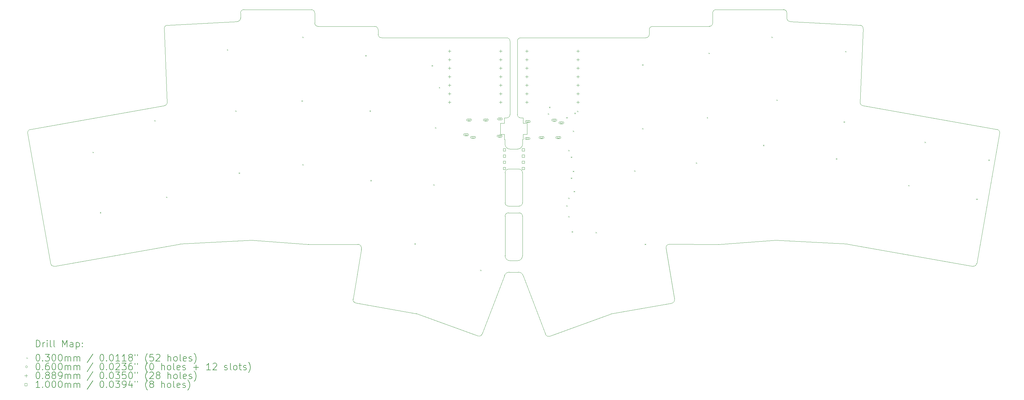
<source format=gbr>
%TF.GenerationSoftware,KiCad,Pcbnew,9.0.7-1.fc43*%
%TF.CreationDate,2026-02-09T10:12:36+11:00*%
%TF.ProjectId,keyboard-split-splay-5x3+2-pinky-cluster,6b657962-6f61-4726-942d-73706c69742d,rev?*%
%TF.SameCoordinates,Original*%
%TF.FileFunction,Drillmap*%
%TF.FilePolarity,Positive*%
%FSLAX45Y45*%
G04 Gerber Fmt 4.5, Leading zero omitted, Abs format (unit mm)*
G04 Created by KiCad (PCBNEW 9.0.7-1.fc43) date 2026-02-09 10:12:36*
%MOMM*%
%LPD*%
G01*
G04 APERTURE LIST*
%ADD10C,0.050000*%
%ADD11C,0.100000*%
%ADD12C,0.200000*%
G04 APERTURE END LIST*
D10*
X17727772Y-17982151D02*
X17059292Y-16226621D01*
X17045000Y-12310000D02*
X17045000Y-12175000D01*
X13873854Y-17365980D02*
X12075739Y-17049776D01*
X17045000Y-12310000D02*
G75*
G02*
X16895000Y-12460000I-150000J0D01*
G01*
X25014744Y-8654987D02*
G75*
G02*
X24919995Y-8555125I5256J99867D01*
G01*
X20820000Y-9040000D02*
X20820000Y-8900000D01*
X12640000Y-8800000D02*
G75*
G02*
X12740000Y-8900000I0J-100000D01*
G01*
X16932500Y-13055000D02*
G75*
G02*
X17042500Y-13165000I0J-110000D01*
G01*
X6833903Y-15291080D02*
G75*
G02*
X6846183Y-15289681I17467J-98750D01*
G01*
X11994526Y-16934217D02*
X12238532Y-15448472D01*
X16622500Y-14360000D02*
X16942500Y-14360000D01*
X17042500Y-14060000D02*
X17042500Y-13165000D01*
X21320000Y-15415000D02*
X21572643Y-16941485D01*
X17042500Y-15640000D02*
X17042500Y-14460000D01*
X20920000Y-8800000D02*
X22610000Y-8800000D01*
X31181585Y-11872577D02*
G75*
G02*
X31262633Y-11988425I-17435J-98473D01*
G01*
X22710000Y-8700000D02*
X22710000Y-8400000D01*
X8963897Y-15180315D02*
G75*
G02*
X8976096Y-15180430I5163J-99675D01*
G01*
X6365315Y-8869915D02*
G75*
G02*
X6459917Y-8764741I99855J5315D01*
G01*
X12840000Y-9140000D02*
G75*
G02*
X12740000Y-9040000I0J100000D01*
G01*
X16570000Y-11530000D02*
X16500000Y-11530000D01*
X10850000Y-8400000D02*
X10850000Y-8700000D01*
X10673525Y-15300000D02*
G75*
G02*
X10666484Y-15299752I5J100050D01*
G01*
X15839736Y-17974669D02*
G75*
G02*
X15711866Y-18033584I-93656J35049D01*
G01*
X24583904Y-15180430D02*
G75*
G02*
X24596103Y-15180316I7036J-99610D01*
G01*
X19676752Y-17378003D02*
X17855649Y-18041084D01*
X12740000Y-8900000D02*
X12740000Y-9040000D01*
X17060000Y-12175000D02*
X17045000Y-12175000D01*
X13873854Y-17365980D02*
G75*
G02*
X13890748Y-17370503I-17314J-98470D01*
G01*
X16670000Y-12460000D02*
X16895000Y-12460000D01*
X27099982Y-8764736D02*
G75*
G02*
X27194575Y-8870010I-5252J-99854D01*
G01*
X12240000Y-15431402D02*
X12240000Y-15400000D01*
X17855649Y-18041084D02*
G75*
G02*
X17727767Y-17982153I-34219J93964D01*
G01*
X16522625Y-14460000D02*
X16522514Y-15639986D01*
X15711864Y-18033589D02*
X13890748Y-17370503D01*
X8740000Y-8300000D02*
X10750000Y-8300000D01*
X21320000Y-15415000D02*
G75*
G02*
X21420000Y-15298881I100000J15000D01*
G01*
X16990000Y-9140000D02*
X20720000Y-9140000D01*
X16506264Y-16227960D02*
G75*
G02*
X16646948Y-16130007I140676J-52040D01*
G01*
X27194579Y-8870010D02*
X27102915Y-11061093D01*
X16500000Y-12175000D02*
X16520000Y-12175000D01*
X16919111Y-16130000D02*
G75*
G02*
X17059291Y-16226621I-1J-150000D01*
G01*
X6455300Y-11061644D02*
X6365315Y-8869915D01*
X16670000Y-12460000D02*
G75*
G02*
X16520000Y-12310000I0J150000D01*
G01*
X16672514Y-15790000D02*
G75*
G02*
X16522510Y-15639986I-4J150000D01*
G01*
X19676752Y-17378003D02*
G75*
G02*
X19693646Y-17373480I34198J-93927D01*
G01*
X20820000Y-9040000D02*
G75*
G02*
X20720000Y-9140000I-100000J0D01*
G01*
X2378415Y-11872577D02*
X6372874Y-11165424D01*
X12140000Y-15300000D02*
G75*
G02*
X12240000Y-15400000I0J-100000D01*
G01*
X26713817Y-15289681D02*
X24596103Y-15180315D01*
X30461473Y-15952553D02*
X26726096Y-15291080D01*
X16892500Y-15790000D02*
X16672514Y-15790000D01*
X17060000Y-11530000D02*
X16990000Y-11530000D01*
X16919111Y-16130000D02*
X16646948Y-16130000D01*
X21491479Y-17057325D02*
X19693646Y-17373480D01*
X2297369Y-11988425D02*
G75*
G02*
X2378415Y-11872577I98478J17379D01*
G01*
X8640000Y-8400000D02*
G75*
G02*
X8740000Y-8300000I100000J0D01*
G01*
X16632500Y-13055000D02*
X16932500Y-13055000D01*
X22893516Y-15299752D02*
G75*
G02*
X22886475Y-15300000I-7036J99642D01*
G01*
X8640000Y-8555125D02*
G75*
G02*
X8545256Y-8654991I-100010J5D01*
G01*
X12240000Y-15431402D02*
G75*
G02*
X12238532Y-15448472I-100010J2D01*
G01*
X22810000Y-8300000D02*
X24820000Y-8300000D01*
X12840000Y-9140000D02*
X16570000Y-9140000D01*
X24820000Y-8300000D02*
G75*
G02*
X24920000Y-8400000I0J-100000D01*
G01*
X6455300Y-11061644D02*
G75*
G02*
X6372873Y-11165422I-99850J-5316D01*
G01*
X12075739Y-17049776D02*
G75*
G02*
X11994531Y-16934218I17321J98486D01*
G01*
X10750000Y-8300000D02*
G75*
G02*
X10850000Y-8400000I0J-100000D01*
G01*
X10950000Y-8800000D02*
X12640000Y-8800000D01*
X16570000Y-9140000D02*
G75*
G02*
X16670000Y-9240000I0J-100000D01*
G01*
X24920000Y-8400000D02*
X24920000Y-8555125D01*
X16520000Y-12175000D02*
X16520000Y-12310000D01*
X6459917Y-8764741D02*
X8545256Y-8654987D01*
X6833903Y-15291080D02*
X3098526Y-15952553D01*
X30577389Y-15871463D02*
G75*
G02*
X30461474Y-15952550I-98479J17383D01*
G01*
X22710000Y-8700000D02*
G75*
G02*
X22610000Y-8800000I-100000J0D01*
G01*
X25014744Y-8654987D02*
X27099982Y-8764736D01*
X10950000Y-8800000D02*
G75*
G02*
X10850000Y-8700000I0J100000D01*
G01*
X12140000Y-15300000D02*
X10673525Y-15300000D01*
X21572643Y-16941485D02*
G75*
G02*
X21491480Y-17057329I-98483J-17355D01*
G01*
X16670000Y-9240000D02*
X16670000Y-11430000D01*
X16522500Y-13165000D02*
X16522500Y-14060000D01*
X27185336Y-11165108D02*
G75*
G02*
X27102907Y-11061226I17434J98478D01*
G01*
X16622500Y-14160000D02*
X16942500Y-14160000D01*
X16670000Y-11430000D02*
G75*
G02*
X16570000Y-11530000I-100000J0D01*
G01*
X31262631Y-11988425D02*
X30577389Y-15871463D01*
X8640000Y-8555125D02*
X8640000Y-8400000D01*
X16990000Y-11530000D02*
G75*
G02*
X16890000Y-11430000I0J100000D01*
G01*
X10666484Y-15299752D02*
X8976096Y-15180430D01*
X16890000Y-11430000D02*
X16890000Y-9240000D01*
X2982611Y-15871463D02*
X2297369Y-11988425D01*
X27185336Y-11165108D02*
X31181585Y-11872577D01*
X16522500Y-13165000D02*
G75*
G02*
X16632500Y-13055000I110000J0D01*
G01*
X24583904Y-15180430D02*
X22893516Y-15299752D01*
X16506264Y-16227960D02*
X15839736Y-17974669D01*
X3098526Y-15952553D02*
G75*
G02*
X2982616Y-15871462I-17437J98463D01*
G01*
X20820000Y-8900000D02*
G75*
G02*
X20920000Y-8800000I100000J0D01*
G01*
X16890000Y-9240000D02*
G75*
G02*
X16990000Y-9140000I100000J0D01*
G01*
X26713817Y-15289681D02*
G75*
G02*
X26726096Y-15291079I-5147J-99779D01*
G01*
X22710000Y-8400000D02*
G75*
G02*
X22810000Y-8300000I100000J0D01*
G01*
X17042500Y-15640000D02*
G75*
G02*
X16892500Y-15790000I-150000J0D01*
G01*
X22886475Y-15300000D02*
X21420000Y-15298881D01*
X8963897Y-15180315D02*
X6846183Y-15289681D01*
D11*
X16942500Y-14360000D02*
G75*
G02*
X17042500Y-14460000I0J-100000D01*
G01*
X17042500Y-14060000D02*
G75*
G02*
X16942500Y-14160000I-100000J0D01*
G01*
D10*
X17060000Y-11690000D02*
X17060000Y-11530000D01*
X17060000Y-12020000D02*
X17060000Y-12175000D01*
X17180000Y-11690000D02*
X17060000Y-11690000D01*
X17180000Y-11690000D02*
X17180000Y-12020000D01*
X17180000Y-12020000D02*
X17060000Y-12020000D01*
X16380000Y-11685000D02*
X16500000Y-11685000D01*
X16380000Y-12015000D02*
X16380000Y-11685000D01*
X16380000Y-12015000D02*
X16500000Y-12015000D01*
X16500000Y-11685000D02*
X16500000Y-11530000D01*
X16500000Y-12015000D02*
X16500000Y-12175000D01*
D11*
X16522500Y-14460000D02*
G75*
G02*
X16622500Y-14360000I100000J0D01*
G01*
X16622500Y-14160000D02*
G75*
G02*
X16522500Y-14060000I0J100000D01*
G01*
D12*
D11*
X4232500Y-12540000D02*
X4262500Y-12570000D01*
X4262500Y-12540000D02*
X4232500Y-12570000D01*
X4450000Y-14342500D02*
X4480000Y-14372500D01*
X4480000Y-14342500D02*
X4450000Y-14372500D01*
X6070000Y-11595000D02*
X6100000Y-11625000D01*
X6100000Y-11595000D02*
X6070000Y-11625000D01*
X6422500Y-13880000D02*
X6452500Y-13910000D01*
X6452500Y-13880000D02*
X6422500Y-13910000D01*
X8235000Y-9485000D02*
X8265000Y-9515000D01*
X8265000Y-9485000D02*
X8235000Y-9515000D01*
X8485000Y-11310000D02*
X8515000Y-11340000D01*
X8515000Y-11310000D02*
X8485000Y-11340000D01*
X8585000Y-13160000D02*
X8615000Y-13190000D01*
X8615000Y-13160000D02*
X8585000Y-13190000D01*
X10460000Y-11010000D02*
X10490000Y-11040000D01*
X10490000Y-11010000D02*
X10460000Y-11040000D01*
X10485000Y-9110000D02*
X10515000Y-9140000D01*
X10515000Y-9110000D02*
X10485000Y-9140000D01*
X10485000Y-12910000D02*
X10515000Y-12940000D01*
X10515000Y-12910000D02*
X10485000Y-12940000D01*
X12360000Y-9660000D02*
X12390000Y-9690000D01*
X12390000Y-9660000D02*
X12360000Y-9690000D01*
X12485000Y-11310000D02*
X12515000Y-11340000D01*
X12515000Y-11310000D02*
X12485000Y-11340000D01*
X12510000Y-13385000D02*
X12540000Y-13415000D01*
X12540000Y-13385000D02*
X12510000Y-13415000D01*
X13822000Y-15272000D02*
X13852000Y-15302000D01*
X13852000Y-15272000D02*
X13822000Y-15302000D01*
X14335000Y-9960000D02*
X14365000Y-9990000D01*
X14365000Y-9960000D02*
X14335000Y-9990000D01*
X14385000Y-13510000D02*
X14415000Y-13540000D01*
X14415000Y-13510000D02*
X14385000Y-13540000D01*
X14435000Y-11810000D02*
X14465000Y-11840000D01*
X14465000Y-11810000D02*
X14435000Y-11840000D01*
X14550000Y-10610000D02*
X14580000Y-10640000D01*
X14580000Y-10610000D02*
X14550000Y-10640000D01*
X15785000Y-16060000D02*
X15815000Y-16090000D01*
X15815000Y-16060000D02*
X15785000Y-16090000D01*
X17800000Y-11395000D02*
X17830000Y-11425000D01*
X17830000Y-11395000D02*
X17800000Y-11425000D01*
X17835000Y-11199947D02*
X17865000Y-11229947D01*
X17865000Y-11199947D02*
X17835000Y-11229947D01*
X18350000Y-11510000D02*
X18380000Y-11540000D01*
X18380000Y-11510000D02*
X18350000Y-11540000D01*
X18350000Y-14135000D02*
X18380000Y-14165000D01*
X18380000Y-14135000D02*
X18350000Y-14165000D01*
X18410000Y-12485000D02*
X18440000Y-12515000D01*
X18440000Y-12485000D02*
X18410000Y-12515000D01*
X18410000Y-13910000D02*
X18440000Y-13940000D01*
X18440000Y-13910000D02*
X18410000Y-13940000D01*
X18410000Y-14460000D02*
X18440000Y-14490000D01*
X18440000Y-14460000D02*
X18410000Y-14490000D01*
X18485000Y-12685000D02*
X18515000Y-12715000D01*
X18515000Y-12685000D02*
X18485000Y-12715000D01*
X18485000Y-13310000D02*
X18515000Y-13340000D01*
X18515000Y-13310000D02*
X18485000Y-13340000D01*
X18510000Y-14910000D02*
X18540000Y-14940000D01*
X18540000Y-14910000D02*
X18510000Y-14940000D01*
X18545000Y-11910000D02*
X18575000Y-11940000D01*
X18575000Y-11910000D02*
X18545000Y-11940000D01*
X18545000Y-13110000D02*
X18575000Y-13140000D01*
X18575000Y-13110000D02*
X18545000Y-13140000D01*
X18570000Y-13710000D02*
X18600000Y-13740000D01*
X18600000Y-13710000D02*
X18570000Y-13740000D01*
X18590000Y-11375000D02*
X18620000Y-11405000D01*
X18620000Y-11375000D02*
X18590000Y-11405000D01*
X18669927Y-11320000D02*
X18699927Y-11350000D01*
X18699927Y-11320000D02*
X18669927Y-11350000D01*
X19222000Y-14935000D02*
X19252000Y-14965000D01*
X19252000Y-14935000D02*
X19222000Y-14965000D01*
X20372500Y-13097500D02*
X20402500Y-13127500D01*
X20402500Y-13097500D02*
X20372500Y-13127500D01*
X20610000Y-9935000D02*
X20640000Y-9965000D01*
X20640000Y-9935000D02*
X20610000Y-9965000D01*
X20610000Y-11835000D02*
X20640000Y-11865000D01*
X20640000Y-11835000D02*
X20610000Y-11865000D01*
X20685000Y-15285000D02*
X20715000Y-15315000D01*
X20715000Y-15285000D02*
X20685000Y-15315000D01*
X22210000Y-12860000D02*
X22240000Y-12890000D01*
X22240000Y-12860000D02*
X22210000Y-12890000D01*
X22535000Y-11510000D02*
X22565000Y-11540000D01*
X22565000Y-11510000D02*
X22535000Y-11540000D01*
X22585000Y-9585000D02*
X22615000Y-9615000D01*
X22615000Y-9585000D02*
X22585000Y-9615000D01*
X24210000Y-12335000D02*
X24240000Y-12365000D01*
X24240000Y-12335000D02*
X24210000Y-12365000D01*
X24460000Y-9110000D02*
X24490000Y-9140000D01*
X24490000Y-9110000D02*
X24460000Y-9140000D01*
X24610000Y-10985000D02*
X24640000Y-11015000D01*
X24640000Y-10985000D02*
X24610000Y-11015000D01*
X26385000Y-12735000D02*
X26415000Y-12765000D01*
X26415000Y-12735000D02*
X26385000Y-12765000D01*
X26610000Y-11635000D02*
X26640000Y-11665000D01*
X26640000Y-11635000D02*
X26610000Y-11665000D01*
X26660000Y-9535000D02*
X26690000Y-9565000D01*
X26690000Y-9535000D02*
X26660000Y-9565000D01*
X28540000Y-13532500D02*
X28570000Y-13562500D01*
X28570000Y-13532500D02*
X28540000Y-13562500D01*
X29025000Y-12242500D02*
X29055000Y-12272500D01*
X29055000Y-12242500D02*
X29025000Y-12272500D01*
X30567500Y-13937500D02*
X30597500Y-13967500D01*
X30597500Y-13937500D02*
X30567500Y-13967500D01*
X30925000Y-12775000D02*
X30955000Y-12805000D01*
X30955000Y-12775000D02*
X30925000Y-12805000D01*
X15390000Y-12030000D02*
G75*
G02*
X15330000Y-12030000I-30000J0D01*
G01*
X15330000Y-12030000D02*
G75*
G02*
X15390000Y-12030000I30000J0D01*
G01*
X15405000Y-12000000D02*
X15315000Y-12000000D01*
X15315000Y-12060000D02*
G75*
G02*
X15315000Y-12000000I0J30000D01*
G01*
X15315000Y-12060000D02*
X15405000Y-12060000D01*
X15405000Y-12060000D02*
G75*
G03*
X15405000Y-12000000I0J30000D01*
G01*
X15480000Y-11590000D02*
G75*
G02*
X15420000Y-11590000I-30000J0D01*
G01*
X15420000Y-11590000D02*
G75*
G02*
X15480000Y-11590000I30000J0D01*
G01*
X15495000Y-11560000D02*
X15405000Y-11560000D01*
X15405000Y-11620000D02*
G75*
G02*
X15405000Y-11560000I0J30000D01*
G01*
X15405000Y-11620000D02*
X15495000Y-11620000D01*
X15495000Y-11620000D02*
G75*
G03*
X15495000Y-11560000I0J30000D01*
G01*
X15600000Y-12110000D02*
G75*
G02*
X15540000Y-12110000I-30000J0D01*
G01*
X15540000Y-12110000D02*
G75*
G02*
X15600000Y-12110000I30000J0D01*
G01*
X15615000Y-12080000D02*
X15525000Y-12080000D01*
X15525000Y-12140000D02*
G75*
G02*
X15525000Y-12080000I0J30000D01*
G01*
X15525000Y-12140000D02*
X15615000Y-12140000D01*
X15615000Y-12140000D02*
G75*
G03*
X15615000Y-12080000I0J30000D01*
G01*
X15980000Y-11590000D02*
G75*
G02*
X15920000Y-11590000I-30000J0D01*
G01*
X15920000Y-11590000D02*
G75*
G02*
X15980000Y-11590000I30000J0D01*
G01*
X15995000Y-11560000D02*
X15905000Y-11560000D01*
X15905000Y-11620000D02*
G75*
G02*
X15905000Y-11560000I0J30000D01*
G01*
X15905000Y-11620000D02*
X15995000Y-11620000D01*
X15995000Y-11620000D02*
G75*
G03*
X15995000Y-11560000I0J30000D01*
G01*
X16390000Y-12070000D02*
G75*
G02*
X16330000Y-12070000I-30000J0D01*
G01*
X16330000Y-12070000D02*
G75*
G02*
X16390000Y-12070000I30000J0D01*
G01*
X16405000Y-12040000D02*
X16315000Y-12040000D01*
X16315000Y-12100000D02*
G75*
G02*
X16315000Y-12040000I0J30000D01*
G01*
X16315000Y-12100000D02*
X16405000Y-12100000D01*
X16405000Y-12100000D02*
G75*
G03*
X16405000Y-12040000I0J30000D01*
G01*
X16400000Y-11560000D02*
G75*
G02*
X16340000Y-11560000I-30000J0D01*
G01*
X16340000Y-11560000D02*
G75*
G02*
X16400000Y-11560000I30000J0D01*
G01*
X16415000Y-11530000D02*
X16325000Y-11530000D01*
X16325000Y-11590000D02*
G75*
G02*
X16325000Y-11530000I0J30000D01*
G01*
X16325000Y-11590000D02*
X16415000Y-11590000D01*
X16415000Y-11590000D02*
G75*
G03*
X16415000Y-11530000I0J30000D01*
G01*
X17220000Y-12145000D02*
G75*
G02*
X17160000Y-12145000I-30000J0D01*
G01*
X17160000Y-12145000D02*
G75*
G02*
X17220000Y-12145000I30000J0D01*
G01*
X17145000Y-12175000D02*
X17235000Y-12175000D01*
X17235000Y-12115000D02*
G75*
G02*
X17235000Y-12175000I0J-30000D01*
G01*
X17235000Y-12115000D02*
X17145000Y-12115000D01*
X17145000Y-12115000D02*
G75*
G03*
X17145000Y-12175000I0J-30000D01*
G01*
X17230000Y-11635000D02*
G75*
G02*
X17170000Y-11635000I-30000J0D01*
G01*
X17170000Y-11635000D02*
G75*
G02*
X17230000Y-11635000I30000J0D01*
G01*
X17155000Y-11665000D02*
X17245000Y-11665000D01*
X17245000Y-11605000D02*
G75*
G02*
X17245000Y-11665000I0J-30000D01*
G01*
X17245000Y-11605000D02*
X17155000Y-11605000D01*
X17155000Y-11605000D02*
G75*
G03*
X17155000Y-11665000I0J-30000D01*
G01*
X17640000Y-12115000D02*
G75*
G02*
X17580000Y-12115000I-30000J0D01*
G01*
X17580000Y-12115000D02*
G75*
G02*
X17640000Y-12115000I30000J0D01*
G01*
X17565000Y-12145000D02*
X17655000Y-12145000D01*
X17655000Y-12085000D02*
G75*
G02*
X17655000Y-12145000I0J-30000D01*
G01*
X17655000Y-12085000D02*
X17565000Y-12085000D01*
X17565000Y-12085000D02*
G75*
G03*
X17565000Y-12145000I0J-30000D01*
G01*
X18020000Y-11595000D02*
G75*
G02*
X17960000Y-11595000I-30000J0D01*
G01*
X17960000Y-11595000D02*
G75*
G02*
X18020000Y-11595000I30000J0D01*
G01*
X17945000Y-11625000D02*
X18035000Y-11625000D01*
X18035000Y-11565000D02*
G75*
G02*
X18035000Y-11625000I0J-30000D01*
G01*
X18035000Y-11565000D02*
X17945000Y-11565000D01*
X17945000Y-11565000D02*
G75*
G03*
X17945000Y-11625000I0J-30000D01*
G01*
X18140000Y-12115000D02*
G75*
G02*
X18080000Y-12115000I-30000J0D01*
G01*
X18080000Y-12115000D02*
G75*
G02*
X18140000Y-12115000I30000J0D01*
G01*
X18065000Y-12145000D02*
X18155000Y-12145000D01*
X18155000Y-12085000D02*
G75*
G02*
X18155000Y-12145000I0J-30000D01*
G01*
X18155000Y-12085000D02*
X18065000Y-12085000D01*
X18065000Y-12085000D02*
G75*
G03*
X18065000Y-12145000I0J-30000D01*
G01*
X18230000Y-11675000D02*
G75*
G02*
X18170000Y-11675000I-30000J0D01*
G01*
X18170000Y-11675000D02*
G75*
G02*
X18230000Y-11675000I30000J0D01*
G01*
X18155000Y-11705000D02*
X18245000Y-11705000D01*
X18245000Y-11645000D02*
G75*
G02*
X18245000Y-11705000I0J-30000D01*
G01*
X18245000Y-11645000D02*
X18155000Y-11645000D01*
X18155000Y-11645000D02*
G75*
G03*
X18155000Y-11705000I0J-30000D01*
G01*
X14868000Y-9493550D02*
X14868000Y-9582450D01*
X14823550Y-9538000D02*
X14912450Y-9538000D01*
X14868000Y-9747550D02*
X14868000Y-9836450D01*
X14823550Y-9792000D02*
X14912450Y-9792000D01*
X14868000Y-10001550D02*
X14868000Y-10090450D01*
X14823550Y-10046000D02*
X14912450Y-10046000D01*
X14868000Y-10255550D02*
X14868000Y-10344450D01*
X14823550Y-10300000D02*
X14912450Y-10300000D01*
X14868000Y-10509550D02*
X14868000Y-10598450D01*
X14823550Y-10554000D02*
X14912450Y-10554000D01*
X14868000Y-10763550D02*
X14868000Y-10852450D01*
X14823550Y-10808000D02*
X14912450Y-10808000D01*
X14868000Y-11017550D02*
X14868000Y-11106450D01*
X14823550Y-11062000D02*
X14912450Y-11062000D01*
X16392000Y-9493550D02*
X16392000Y-9582450D01*
X16347550Y-9538000D02*
X16436450Y-9538000D01*
X16392000Y-9747550D02*
X16392000Y-9836450D01*
X16347550Y-9792000D02*
X16436450Y-9792000D01*
X16392000Y-10001550D02*
X16392000Y-10090450D01*
X16347550Y-10046000D02*
X16436450Y-10046000D01*
X16392000Y-10255550D02*
X16392000Y-10344450D01*
X16347550Y-10300000D02*
X16436450Y-10300000D01*
X16392000Y-10509550D02*
X16392000Y-10598450D01*
X16347550Y-10554000D02*
X16436450Y-10554000D01*
X16392000Y-10763550D02*
X16392000Y-10852450D01*
X16347550Y-10808000D02*
X16436450Y-10808000D01*
X16392000Y-11017550D02*
X16392000Y-11106450D01*
X16347550Y-11062000D02*
X16436450Y-11062000D01*
X17168000Y-9493550D02*
X17168000Y-9582450D01*
X17123550Y-9538000D02*
X17212450Y-9538000D01*
X17168000Y-9747550D02*
X17168000Y-9836450D01*
X17123550Y-9792000D02*
X17212450Y-9792000D01*
X17168000Y-10001550D02*
X17168000Y-10090450D01*
X17123550Y-10046000D02*
X17212450Y-10046000D01*
X17168000Y-10255550D02*
X17168000Y-10344450D01*
X17123550Y-10300000D02*
X17212450Y-10300000D01*
X17168000Y-10509550D02*
X17168000Y-10598450D01*
X17123550Y-10554000D02*
X17212450Y-10554000D01*
X17168000Y-10763550D02*
X17168000Y-10852450D01*
X17123550Y-10808000D02*
X17212450Y-10808000D01*
X17168000Y-11017550D02*
X17168000Y-11106450D01*
X17123550Y-11062000D02*
X17212450Y-11062000D01*
X18692000Y-9493550D02*
X18692000Y-9582450D01*
X18647550Y-9538000D02*
X18736450Y-9538000D01*
X18692000Y-9747550D02*
X18692000Y-9836450D01*
X18647550Y-9792000D02*
X18736450Y-9792000D01*
X18692000Y-10001550D02*
X18692000Y-10090450D01*
X18647550Y-10046000D02*
X18736450Y-10046000D01*
X18692000Y-10255550D02*
X18692000Y-10344450D01*
X18647550Y-10300000D02*
X18736450Y-10300000D01*
X18692000Y-10509550D02*
X18692000Y-10598450D01*
X18647550Y-10554000D02*
X18736450Y-10554000D01*
X18692000Y-10763550D02*
X18692000Y-10852450D01*
X18647550Y-10808000D02*
X18736450Y-10808000D01*
X18692000Y-11017550D02*
X18692000Y-11106450D01*
X18647550Y-11062000D02*
X18736450Y-11062000D01*
X16535356Y-12515356D02*
X16535356Y-12444644D01*
X16464644Y-12444644D01*
X16464644Y-12515356D01*
X16535356Y-12515356D01*
X16535356Y-12700356D02*
X16535356Y-12629644D01*
X16464644Y-12629644D01*
X16464644Y-12700356D01*
X16535356Y-12700356D01*
X16535356Y-12885356D02*
X16535356Y-12814644D01*
X16464644Y-12814644D01*
X16464644Y-12885356D01*
X16535356Y-12885356D01*
X16535356Y-13070356D02*
X16535356Y-12999644D01*
X16464644Y-12999644D01*
X16464644Y-13070356D01*
X16535356Y-13070356D01*
X17100356Y-12515356D02*
X17100356Y-12444644D01*
X17029644Y-12444644D01*
X17029644Y-12515356D01*
X17100356Y-12515356D01*
X17100356Y-12700356D02*
X17100356Y-12629644D01*
X17029644Y-12629644D01*
X17029644Y-12700356D01*
X17100356Y-12700356D01*
X17100356Y-12885356D02*
X17100356Y-12814644D01*
X17029644Y-12814644D01*
X17029644Y-12885356D01*
X17100356Y-12885356D01*
X17100356Y-13070356D02*
X17100356Y-12999644D01*
X17029644Y-12999644D01*
X17029644Y-13070356D01*
X17100356Y-13070356D01*
D12*
X2554124Y-18361104D02*
X2554124Y-18161104D01*
X2554124Y-18161104D02*
X2601743Y-18161104D01*
X2601743Y-18161104D02*
X2630315Y-18170628D01*
X2630315Y-18170628D02*
X2649362Y-18189676D01*
X2649362Y-18189676D02*
X2658886Y-18208723D01*
X2658886Y-18208723D02*
X2668410Y-18246819D01*
X2668410Y-18246819D02*
X2668410Y-18275390D01*
X2668410Y-18275390D02*
X2658886Y-18313485D01*
X2658886Y-18313485D02*
X2649362Y-18332533D01*
X2649362Y-18332533D02*
X2630315Y-18351581D01*
X2630315Y-18351581D02*
X2601743Y-18361104D01*
X2601743Y-18361104D02*
X2554124Y-18361104D01*
X2754124Y-18361104D02*
X2754124Y-18227771D01*
X2754124Y-18265866D02*
X2763648Y-18246819D01*
X2763648Y-18246819D02*
X2773172Y-18237295D01*
X2773172Y-18237295D02*
X2792219Y-18227771D01*
X2792219Y-18227771D02*
X2811267Y-18227771D01*
X2877934Y-18361104D02*
X2877934Y-18227771D01*
X2877934Y-18161104D02*
X2868410Y-18170628D01*
X2868410Y-18170628D02*
X2877934Y-18180152D01*
X2877934Y-18180152D02*
X2887457Y-18170628D01*
X2887457Y-18170628D02*
X2877934Y-18161104D01*
X2877934Y-18161104D02*
X2877934Y-18180152D01*
X3001743Y-18361104D02*
X2982696Y-18351581D01*
X2982696Y-18351581D02*
X2973172Y-18332533D01*
X2973172Y-18332533D02*
X2973172Y-18161104D01*
X3106505Y-18361104D02*
X3087457Y-18351581D01*
X3087457Y-18351581D02*
X3077934Y-18332533D01*
X3077934Y-18332533D02*
X3077934Y-18161104D01*
X3335077Y-18361104D02*
X3335077Y-18161104D01*
X3335077Y-18161104D02*
X3401743Y-18303961D01*
X3401743Y-18303961D02*
X3468410Y-18161104D01*
X3468410Y-18161104D02*
X3468410Y-18361104D01*
X3649362Y-18361104D02*
X3649362Y-18256342D01*
X3649362Y-18256342D02*
X3639838Y-18237295D01*
X3639838Y-18237295D02*
X3620791Y-18227771D01*
X3620791Y-18227771D02*
X3582696Y-18227771D01*
X3582696Y-18227771D02*
X3563648Y-18237295D01*
X3649362Y-18351581D02*
X3630315Y-18361104D01*
X3630315Y-18361104D02*
X3582696Y-18361104D01*
X3582696Y-18361104D02*
X3563648Y-18351581D01*
X3563648Y-18351581D02*
X3554124Y-18332533D01*
X3554124Y-18332533D02*
X3554124Y-18313485D01*
X3554124Y-18313485D02*
X3563648Y-18294438D01*
X3563648Y-18294438D02*
X3582696Y-18284914D01*
X3582696Y-18284914D02*
X3630315Y-18284914D01*
X3630315Y-18284914D02*
X3649362Y-18275390D01*
X3744600Y-18227771D02*
X3744600Y-18427771D01*
X3744600Y-18237295D02*
X3763648Y-18227771D01*
X3763648Y-18227771D02*
X3801743Y-18227771D01*
X3801743Y-18227771D02*
X3820791Y-18237295D01*
X3820791Y-18237295D02*
X3830315Y-18246819D01*
X3830315Y-18246819D02*
X3839838Y-18265866D01*
X3839838Y-18265866D02*
X3839838Y-18323009D01*
X3839838Y-18323009D02*
X3830315Y-18342057D01*
X3830315Y-18342057D02*
X3820791Y-18351581D01*
X3820791Y-18351581D02*
X3801743Y-18361104D01*
X3801743Y-18361104D02*
X3763648Y-18361104D01*
X3763648Y-18361104D02*
X3744600Y-18351581D01*
X3925553Y-18342057D02*
X3935077Y-18351581D01*
X3935077Y-18351581D02*
X3925553Y-18361104D01*
X3925553Y-18361104D02*
X3916029Y-18351581D01*
X3916029Y-18351581D02*
X3925553Y-18342057D01*
X3925553Y-18342057D02*
X3925553Y-18361104D01*
X3925553Y-18237295D02*
X3935077Y-18246819D01*
X3935077Y-18246819D02*
X3925553Y-18256342D01*
X3925553Y-18256342D02*
X3916029Y-18246819D01*
X3916029Y-18246819D02*
X3925553Y-18237295D01*
X3925553Y-18237295D02*
X3925553Y-18256342D01*
D11*
X2263347Y-18674621D02*
X2293347Y-18704621D01*
X2293347Y-18674621D02*
X2263347Y-18704621D01*
D12*
X2592219Y-18581104D02*
X2611267Y-18581104D01*
X2611267Y-18581104D02*
X2630315Y-18590628D01*
X2630315Y-18590628D02*
X2639839Y-18600152D01*
X2639839Y-18600152D02*
X2649362Y-18619200D01*
X2649362Y-18619200D02*
X2658886Y-18657295D01*
X2658886Y-18657295D02*
X2658886Y-18704914D01*
X2658886Y-18704914D02*
X2649362Y-18743009D01*
X2649362Y-18743009D02*
X2639839Y-18762057D01*
X2639839Y-18762057D02*
X2630315Y-18771581D01*
X2630315Y-18771581D02*
X2611267Y-18781104D01*
X2611267Y-18781104D02*
X2592219Y-18781104D01*
X2592219Y-18781104D02*
X2573172Y-18771581D01*
X2573172Y-18771581D02*
X2563648Y-18762057D01*
X2563648Y-18762057D02*
X2554124Y-18743009D01*
X2554124Y-18743009D02*
X2544600Y-18704914D01*
X2544600Y-18704914D02*
X2544600Y-18657295D01*
X2544600Y-18657295D02*
X2554124Y-18619200D01*
X2554124Y-18619200D02*
X2563648Y-18600152D01*
X2563648Y-18600152D02*
X2573172Y-18590628D01*
X2573172Y-18590628D02*
X2592219Y-18581104D01*
X2744600Y-18762057D02*
X2754124Y-18771581D01*
X2754124Y-18771581D02*
X2744600Y-18781104D01*
X2744600Y-18781104D02*
X2735077Y-18771581D01*
X2735077Y-18771581D02*
X2744600Y-18762057D01*
X2744600Y-18762057D02*
X2744600Y-18781104D01*
X2820791Y-18581104D02*
X2944600Y-18581104D01*
X2944600Y-18581104D02*
X2877934Y-18657295D01*
X2877934Y-18657295D02*
X2906505Y-18657295D01*
X2906505Y-18657295D02*
X2925553Y-18666819D01*
X2925553Y-18666819D02*
X2935077Y-18676342D01*
X2935077Y-18676342D02*
X2944600Y-18695390D01*
X2944600Y-18695390D02*
X2944600Y-18743009D01*
X2944600Y-18743009D02*
X2935077Y-18762057D01*
X2935077Y-18762057D02*
X2925553Y-18771581D01*
X2925553Y-18771581D02*
X2906505Y-18781104D01*
X2906505Y-18781104D02*
X2849362Y-18781104D01*
X2849362Y-18781104D02*
X2830315Y-18771581D01*
X2830315Y-18771581D02*
X2820791Y-18762057D01*
X3068410Y-18581104D02*
X3087458Y-18581104D01*
X3087458Y-18581104D02*
X3106505Y-18590628D01*
X3106505Y-18590628D02*
X3116029Y-18600152D01*
X3116029Y-18600152D02*
X3125553Y-18619200D01*
X3125553Y-18619200D02*
X3135077Y-18657295D01*
X3135077Y-18657295D02*
X3135077Y-18704914D01*
X3135077Y-18704914D02*
X3125553Y-18743009D01*
X3125553Y-18743009D02*
X3116029Y-18762057D01*
X3116029Y-18762057D02*
X3106505Y-18771581D01*
X3106505Y-18771581D02*
X3087458Y-18781104D01*
X3087458Y-18781104D02*
X3068410Y-18781104D01*
X3068410Y-18781104D02*
X3049362Y-18771581D01*
X3049362Y-18771581D02*
X3039838Y-18762057D01*
X3039838Y-18762057D02*
X3030315Y-18743009D01*
X3030315Y-18743009D02*
X3020791Y-18704914D01*
X3020791Y-18704914D02*
X3020791Y-18657295D01*
X3020791Y-18657295D02*
X3030315Y-18619200D01*
X3030315Y-18619200D02*
X3039838Y-18600152D01*
X3039838Y-18600152D02*
X3049362Y-18590628D01*
X3049362Y-18590628D02*
X3068410Y-18581104D01*
X3258886Y-18581104D02*
X3277934Y-18581104D01*
X3277934Y-18581104D02*
X3296981Y-18590628D01*
X3296981Y-18590628D02*
X3306505Y-18600152D01*
X3306505Y-18600152D02*
X3316029Y-18619200D01*
X3316029Y-18619200D02*
X3325553Y-18657295D01*
X3325553Y-18657295D02*
X3325553Y-18704914D01*
X3325553Y-18704914D02*
X3316029Y-18743009D01*
X3316029Y-18743009D02*
X3306505Y-18762057D01*
X3306505Y-18762057D02*
X3296981Y-18771581D01*
X3296981Y-18771581D02*
X3277934Y-18781104D01*
X3277934Y-18781104D02*
X3258886Y-18781104D01*
X3258886Y-18781104D02*
X3239838Y-18771581D01*
X3239838Y-18771581D02*
X3230315Y-18762057D01*
X3230315Y-18762057D02*
X3220791Y-18743009D01*
X3220791Y-18743009D02*
X3211267Y-18704914D01*
X3211267Y-18704914D02*
X3211267Y-18657295D01*
X3211267Y-18657295D02*
X3220791Y-18619200D01*
X3220791Y-18619200D02*
X3230315Y-18600152D01*
X3230315Y-18600152D02*
X3239838Y-18590628D01*
X3239838Y-18590628D02*
X3258886Y-18581104D01*
X3411267Y-18781104D02*
X3411267Y-18647771D01*
X3411267Y-18666819D02*
X3420791Y-18657295D01*
X3420791Y-18657295D02*
X3439838Y-18647771D01*
X3439838Y-18647771D02*
X3468410Y-18647771D01*
X3468410Y-18647771D02*
X3487458Y-18657295D01*
X3487458Y-18657295D02*
X3496981Y-18676342D01*
X3496981Y-18676342D02*
X3496981Y-18781104D01*
X3496981Y-18676342D02*
X3506505Y-18657295D01*
X3506505Y-18657295D02*
X3525553Y-18647771D01*
X3525553Y-18647771D02*
X3554124Y-18647771D01*
X3554124Y-18647771D02*
X3573172Y-18657295D01*
X3573172Y-18657295D02*
X3582696Y-18676342D01*
X3582696Y-18676342D02*
X3582696Y-18781104D01*
X3677934Y-18781104D02*
X3677934Y-18647771D01*
X3677934Y-18666819D02*
X3687458Y-18657295D01*
X3687458Y-18657295D02*
X3706505Y-18647771D01*
X3706505Y-18647771D02*
X3735077Y-18647771D01*
X3735077Y-18647771D02*
X3754124Y-18657295D01*
X3754124Y-18657295D02*
X3763648Y-18676342D01*
X3763648Y-18676342D02*
X3763648Y-18781104D01*
X3763648Y-18676342D02*
X3773172Y-18657295D01*
X3773172Y-18657295D02*
X3792219Y-18647771D01*
X3792219Y-18647771D02*
X3820791Y-18647771D01*
X3820791Y-18647771D02*
X3839839Y-18657295D01*
X3839839Y-18657295D02*
X3849362Y-18676342D01*
X3849362Y-18676342D02*
X3849362Y-18781104D01*
X4239839Y-18571581D02*
X4068410Y-18828723D01*
X4496982Y-18581104D02*
X4516029Y-18581104D01*
X4516029Y-18581104D02*
X4535077Y-18590628D01*
X4535077Y-18590628D02*
X4544601Y-18600152D01*
X4544601Y-18600152D02*
X4554124Y-18619200D01*
X4554124Y-18619200D02*
X4563648Y-18657295D01*
X4563648Y-18657295D02*
X4563648Y-18704914D01*
X4563648Y-18704914D02*
X4554124Y-18743009D01*
X4554124Y-18743009D02*
X4544601Y-18762057D01*
X4544601Y-18762057D02*
X4535077Y-18771581D01*
X4535077Y-18771581D02*
X4516029Y-18781104D01*
X4516029Y-18781104D02*
X4496982Y-18781104D01*
X4496982Y-18781104D02*
X4477934Y-18771581D01*
X4477934Y-18771581D02*
X4468410Y-18762057D01*
X4468410Y-18762057D02*
X4458886Y-18743009D01*
X4458886Y-18743009D02*
X4449363Y-18704914D01*
X4449363Y-18704914D02*
X4449363Y-18657295D01*
X4449363Y-18657295D02*
X4458886Y-18619200D01*
X4458886Y-18619200D02*
X4468410Y-18600152D01*
X4468410Y-18600152D02*
X4477934Y-18590628D01*
X4477934Y-18590628D02*
X4496982Y-18581104D01*
X4649363Y-18762057D02*
X4658886Y-18771581D01*
X4658886Y-18771581D02*
X4649363Y-18781104D01*
X4649363Y-18781104D02*
X4639839Y-18771581D01*
X4639839Y-18771581D02*
X4649363Y-18762057D01*
X4649363Y-18762057D02*
X4649363Y-18781104D01*
X4782696Y-18581104D02*
X4801744Y-18581104D01*
X4801744Y-18581104D02*
X4820791Y-18590628D01*
X4820791Y-18590628D02*
X4830315Y-18600152D01*
X4830315Y-18600152D02*
X4839839Y-18619200D01*
X4839839Y-18619200D02*
X4849363Y-18657295D01*
X4849363Y-18657295D02*
X4849363Y-18704914D01*
X4849363Y-18704914D02*
X4839839Y-18743009D01*
X4839839Y-18743009D02*
X4830315Y-18762057D01*
X4830315Y-18762057D02*
X4820791Y-18771581D01*
X4820791Y-18771581D02*
X4801744Y-18781104D01*
X4801744Y-18781104D02*
X4782696Y-18781104D01*
X4782696Y-18781104D02*
X4763648Y-18771581D01*
X4763648Y-18771581D02*
X4754124Y-18762057D01*
X4754124Y-18762057D02*
X4744601Y-18743009D01*
X4744601Y-18743009D02*
X4735077Y-18704914D01*
X4735077Y-18704914D02*
X4735077Y-18657295D01*
X4735077Y-18657295D02*
X4744601Y-18619200D01*
X4744601Y-18619200D02*
X4754124Y-18600152D01*
X4754124Y-18600152D02*
X4763648Y-18590628D01*
X4763648Y-18590628D02*
X4782696Y-18581104D01*
X5039839Y-18781104D02*
X4925553Y-18781104D01*
X4982696Y-18781104D02*
X4982696Y-18581104D01*
X4982696Y-18581104D02*
X4963648Y-18609676D01*
X4963648Y-18609676D02*
X4944601Y-18628723D01*
X4944601Y-18628723D02*
X4925553Y-18638247D01*
X5230315Y-18781104D02*
X5116029Y-18781104D01*
X5173172Y-18781104D02*
X5173172Y-18581104D01*
X5173172Y-18581104D02*
X5154124Y-18609676D01*
X5154124Y-18609676D02*
X5135077Y-18628723D01*
X5135077Y-18628723D02*
X5116029Y-18638247D01*
X5344601Y-18666819D02*
X5325553Y-18657295D01*
X5325553Y-18657295D02*
X5316029Y-18647771D01*
X5316029Y-18647771D02*
X5306505Y-18628723D01*
X5306505Y-18628723D02*
X5306505Y-18619200D01*
X5306505Y-18619200D02*
X5316029Y-18600152D01*
X5316029Y-18600152D02*
X5325553Y-18590628D01*
X5325553Y-18590628D02*
X5344601Y-18581104D01*
X5344601Y-18581104D02*
X5382696Y-18581104D01*
X5382696Y-18581104D02*
X5401744Y-18590628D01*
X5401744Y-18590628D02*
X5411267Y-18600152D01*
X5411267Y-18600152D02*
X5420791Y-18619200D01*
X5420791Y-18619200D02*
X5420791Y-18628723D01*
X5420791Y-18628723D02*
X5411267Y-18647771D01*
X5411267Y-18647771D02*
X5401744Y-18657295D01*
X5401744Y-18657295D02*
X5382696Y-18666819D01*
X5382696Y-18666819D02*
X5344601Y-18666819D01*
X5344601Y-18666819D02*
X5325553Y-18676342D01*
X5325553Y-18676342D02*
X5316029Y-18685866D01*
X5316029Y-18685866D02*
X5306505Y-18704914D01*
X5306505Y-18704914D02*
X5306505Y-18743009D01*
X5306505Y-18743009D02*
X5316029Y-18762057D01*
X5316029Y-18762057D02*
X5325553Y-18771581D01*
X5325553Y-18771581D02*
X5344601Y-18781104D01*
X5344601Y-18781104D02*
X5382696Y-18781104D01*
X5382696Y-18781104D02*
X5401744Y-18771581D01*
X5401744Y-18771581D02*
X5411267Y-18762057D01*
X5411267Y-18762057D02*
X5420791Y-18743009D01*
X5420791Y-18743009D02*
X5420791Y-18704914D01*
X5420791Y-18704914D02*
X5411267Y-18685866D01*
X5411267Y-18685866D02*
X5401744Y-18676342D01*
X5401744Y-18676342D02*
X5382696Y-18666819D01*
X5496982Y-18581104D02*
X5496982Y-18619200D01*
X5573172Y-18581104D02*
X5573172Y-18619200D01*
X5868410Y-18857295D02*
X5858886Y-18847771D01*
X5858886Y-18847771D02*
X5839839Y-18819200D01*
X5839839Y-18819200D02*
X5830315Y-18800152D01*
X5830315Y-18800152D02*
X5820791Y-18771581D01*
X5820791Y-18771581D02*
X5811267Y-18723961D01*
X5811267Y-18723961D02*
X5811267Y-18685866D01*
X5811267Y-18685866D02*
X5820791Y-18638247D01*
X5820791Y-18638247D02*
X5830315Y-18609676D01*
X5830315Y-18609676D02*
X5839839Y-18590628D01*
X5839839Y-18590628D02*
X5858886Y-18562057D01*
X5858886Y-18562057D02*
X5868410Y-18552533D01*
X6039839Y-18581104D02*
X5944601Y-18581104D01*
X5944601Y-18581104D02*
X5935077Y-18676342D01*
X5935077Y-18676342D02*
X5944601Y-18666819D01*
X5944601Y-18666819D02*
X5963648Y-18657295D01*
X5963648Y-18657295D02*
X6011267Y-18657295D01*
X6011267Y-18657295D02*
X6030315Y-18666819D01*
X6030315Y-18666819D02*
X6039839Y-18676342D01*
X6039839Y-18676342D02*
X6049363Y-18695390D01*
X6049363Y-18695390D02*
X6049363Y-18743009D01*
X6049363Y-18743009D02*
X6039839Y-18762057D01*
X6039839Y-18762057D02*
X6030315Y-18771581D01*
X6030315Y-18771581D02*
X6011267Y-18781104D01*
X6011267Y-18781104D02*
X5963648Y-18781104D01*
X5963648Y-18781104D02*
X5944601Y-18771581D01*
X5944601Y-18771581D02*
X5935077Y-18762057D01*
X6125553Y-18600152D02*
X6135077Y-18590628D01*
X6135077Y-18590628D02*
X6154124Y-18581104D01*
X6154124Y-18581104D02*
X6201744Y-18581104D01*
X6201744Y-18581104D02*
X6220791Y-18590628D01*
X6220791Y-18590628D02*
X6230315Y-18600152D01*
X6230315Y-18600152D02*
X6239839Y-18619200D01*
X6239839Y-18619200D02*
X6239839Y-18638247D01*
X6239839Y-18638247D02*
X6230315Y-18666819D01*
X6230315Y-18666819D02*
X6116029Y-18781104D01*
X6116029Y-18781104D02*
X6239839Y-18781104D01*
X6477934Y-18781104D02*
X6477934Y-18581104D01*
X6563648Y-18781104D02*
X6563648Y-18676342D01*
X6563648Y-18676342D02*
X6554125Y-18657295D01*
X6554125Y-18657295D02*
X6535077Y-18647771D01*
X6535077Y-18647771D02*
X6506505Y-18647771D01*
X6506505Y-18647771D02*
X6487458Y-18657295D01*
X6487458Y-18657295D02*
X6477934Y-18666819D01*
X6687458Y-18781104D02*
X6668410Y-18771581D01*
X6668410Y-18771581D02*
X6658886Y-18762057D01*
X6658886Y-18762057D02*
X6649363Y-18743009D01*
X6649363Y-18743009D02*
X6649363Y-18685866D01*
X6649363Y-18685866D02*
X6658886Y-18666819D01*
X6658886Y-18666819D02*
X6668410Y-18657295D01*
X6668410Y-18657295D02*
X6687458Y-18647771D01*
X6687458Y-18647771D02*
X6716029Y-18647771D01*
X6716029Y-18647771D02*
X6735077Y-18657295D01*
X6735077Y-18657295D02*
X6744601Y-18666819D01*
X6744601Y-18666819D02*
X6754125Y-18685866D01*
X6754125Y-18685866D02*
X6754125Y-18743009D01*
X6754125Y-18743009D02*
X6744601Y-18762057D01*
X6744601Y-18762057D02*
X6735077Y-18771581D01*
X6735077Y-18771581D02*
X6716029Y-18781104D01*
X6716029Y-18781104D02*
X6687458Y-18781104D01*
X6868410Y-18781104D02*
X6849363Y-18771581D01*
X6849363Y-18771581D02*
X6839839Y-18752533D01*
X6839839Y-18752533D02*
X6839839Y-18581104D01*
X7020791Y-18771581D02*
X7001744Y-18781104D01*
X7001744Y-18781104D02*
X6963648Y-18781104D01*
X6963648Y-18781104D02*
X6944601Y-18771581D01*
X6944601Y-18771581D02*
X6935077Y-18752533D01*
X6935077Y-18752533D02*
X6935077Y-18676342D01*
X6935077Y-18676342D02*
X6944601Y-18657295D01*
X6944601Y-18657295D02*
X6963648Y-18647771D01*
X6963648Y-18647771D02*
X7001744Y-18647771D01*
X7001744Y-18647771D02*
X7020791Y-18657295D01*
X7020791Y-18657295D02*
X7030315Y-18676342D01*
X7030315Y-18676342D02*
X7030315Y-18695390D01*
X7030315Y-18695390D02*
X6935077Y-18714438D01*
X7106506Y-18771581D02*
X7125553Y-18781104D01*
X7125553Y-18781104D02*
X7163648Y-18781104D01*
X7163648Y-18781104D02*
X7182696Y-18771581D01*
X7182696Y-18771581D02*
X7192220Y-18752533D01*
X7192220Y-18752533D02*
X7192220Y-18743009D01*
X7192220Y-18743009D02*
X7182696Y-18723961D01*
X7182696Y-18723961D02*
X7163648Y-18714438D01*
X7163648Y-18714438D02*
X7135077Y-18714438D01*
X7135077Y-18714438D02*
X7116029Y-18704914D01*
X7116029Y-18704914D02*
X7106506Y-18685866D01*
X7106506Y-18685866D02*
X7106506Y-18676342D01*
X7106506Y-18676342D02*
X7116029Y-18657295D01*
X7116029Y-18657295D02*
X7135077Y-18647771D01*
X7135077Y-18647771D02*
X7163648Y-18647771D01*
X7163648Y-18647771D02*
X7182696Y-18657295D01*
X7258887Y-18857295D02*
X7268410Y-18847771D01*
X7268410Y-18847771D02*
X7287458Y-18819200D01*
X7287458Y-18819200D02*
X7296982Y-18800152D01*
X7296982Y-18800152D02*
X7306506Y-18771581D01*
X7306506Y-18771581D02*
X7316029Y-18723961D01*
X7316029Y-18723961D02*
X7316029Y-18685866D01*
X7316029Y-18685866D02*
X7306506Y-18638247D01*
X7306506Y-18638247D02*
X7296982Y-18609676D01*
X7296982Y-18609676D02*
X7287458Y-18590628D01*
X7287458Y-18590628D02*
X7268410Y-18562057D01*
X7268410Y-18562057D02*
X7258887Y-18552533D01*
D11*
X2293347Y-18953621D02*
G75*
G02*
X2233347Y-18953621I-30000J0D01*
G01*
X2233347Y-18953621D02*
G75*
G02*
X2293347Y-18953621I30000J0D01*
G01*
D12*
X2592219Y-18845104D02*
X2611267Y-18845104D01*
X2611267Y-18845104D02*
X2630315Y-18854628D01*
X2630315Y-18854628D02*
X2639839Y-18864152D01*
X2639839Y-18864152D02*
X2649362Y-18883200D01*
X2649362Y-18883200D02*
X2658886Y-18921295D01*
X2658886Y-18921295D02*
X2658886Y-18968914D01*
X2658886Y-18968914D02*
X2649362Y-19007009D01*
X2649362Y-19007009D02*
X2639839Y-19026057D01*
X2639839Y-19026057D02*
X2630315Y-19035581D01*
X2630315Y-19035581D02*
X2611267Y-19045104D01*
X2611267Y-19045104D02*
X2592219Y-19045104D01*
X2592219Y-19045104D02*
X2573172Y-19035581D01*
X2573172Y-19035581D02*
X2563648Y-19026057D01*
X2563648Y-19026057D02*
X2554124Y-19007009D01*
X2554124Y-19007009D02*
X2544600Y-18968914D01*
X2544600Y-18968914D02*
X2544600Y-18921295D01*
X2544600Y-18921295D02*
X2554124Y-18883200D01*
X2554124Y-18883200D02*
X2563648Y-18864152D01*
X2563648Y-18864152D02*
X2573172Y-18854628D01*
X2573172Y-18854628D02*
X2592219Y-18845104D01*
X2744600Y-19026057D02*
X2754124Y-19035581D01*
X2754124Y-19035581D02*
X2744600Y-19045104D01*
X2744600Y-19045104D02*
X2735077Y-19035581D01*
X2735077Y-19035581D02*
X2744600Y-19026057D01*
X2744600Y-19026057D02*
X2744600Y-19045104D01*
X2925553Y-18845104D02*
X2887457Y-18845104D01*
X2887457Y-18845104D02*
X2868410Y-18854628D01*
X2868410Y-18854628D02*
X2858886Y-18864152D01*
X2858886Y-18864152D02*
X2839838Y-18892723D01*
X2839838Y-18892723D02*
X2830315Y-18930819D01*
X2830315Y-18930819D02*
X2830315Y-19007009D01*
X2830315Y-19007009D02*
X2839838Y-19026057D01*
X2839838Y-19026057D02*
X2849362Y-19035581D01*
X2849362Y-19035581D02*
X2868410Y-19045104D01*
X2868410Y-19045104D02*
X2906505Y-19045104D01*
X2906505Y-19045104D02*
X2925553Y-19035581D01*
X2925553Y-19035581D02*
X2935077Y-19026057D01*
X2935077Y-19026057D02*
X2944600Y-19007009D01*
X2944600Y-19007009D02*
X2944600Y-18959390D01*
X2944600Y-18959390D02*
X2935077Y-18940342D01*
X2935077Y-18940342D02*
X2925553Y-18930819D01*
X2925553Y-18930819D02*
X2906505Y-18921295D01*
X2906505Y-18921295D02*
X2868410Y-18921295D01*
X2868410Y-18921295D02*
X2849362Y-18930819D01*
X2849362Y-18930819D02*
X2839838Y-18940342D01*
X2839838Y-18940342D02*
X2830315Y-18959390D01*
X3068410Y-18845104D02*
X3087458Y-18845104D01*
X3087458Y-18845104D02*
X3106505Y-18854628D01*
X3106505Y-18854628D02*
X3116029Y-18864152D01*
X3116029Y-18864152D02*
X3125553Y-18883200D01*
X3125553Y-18883200D02*
X3135077Y-18921295D01*
X3135077Y-18921295D02*
X3135077Y-18968914D01*
X3135077Y-18968914D02*
X3125553Y-19007009D01*
X3125553Y-19007009D02*
X3116029Y-19026057D01*
X3116029Y-19026057D02*
X3106505Y-19035581D01*
X3106505Y-19035581D02*
X3087458Y-19045104D01*
X3087458Y-19045104D02*
X3068410Y-19045104D01*
X3068410Y-19045104D02*
X3049362Y-19035581D01*
X3049362Y-19035581D02*
X3039838Y-19026057D01*
X3039838Y-19026057D02*
X3030315Y-19007009D01*
X3030315Y-19007009D02*
X3020791Y-18968914D01*
X3020791Y-18968914D02*
X3020791Y-18921295D01*
X3020791Y-18921295D02*
X3030315Y-18883200D01*
X3030315Y-18883200D02*
X3039838Y-18864152D01*
X3039838Y-18864152D02*
X3049362Y-18854628D01*
X3049362Y-18854628D02*
X3068410Y-18845104D01*
X3258886Y-18845104D02*
X3277934Y-18845104D01*
X3277934Y-18845104D02*
X3296981Y-18854628D01*
X3296981Y-18854628D02*
X3306505Y-18864152D01*
X3306505Y-18864152D02*
X3316029Y-18883200D01*
X3316029Y-18883200D02*
X3325553Y-18921295D01*
X3325553Y-18921295D02*
X3325553Y-18968914D01*
X3325553Y-18968914D02*
X3316029Y-19007009D01*
X3316029Y-19007009D02*
X3306505Y-19026057D01*
X3306505Y-19026057D02*
X3296981Y-19035581D01*
X3296981Y-19035581D02*
X3277934Y-19045104D01*
X3277934Y-19045104D02*
X3258886Y-19045104D01*
X3258886Y-19045104D02*
X3239838Y-19035581D01*
X3239838Y-19035581D02*
X3230315Y-19026057D01*
X3230315Y-19026057D02*
X3220791Y-19007009D01*
X3220791Y-19007009D02*
X3211267Y-18968914D01*
X3211267Y-18968914D02*
X3211267Y-18921295D01*
X3211267Y-18921295D02*
X3220791Y-18883200D01*
X3220791Y-18883200D02*
X3230315Y-18864152D01*
X3230315Y-18864152D02*
X3239838Y-18854628D01*
X3239838Y-18854628D02*
X3258886Y-18845104D01*
X3411267Y-19045104D02*
X3411267Y-18911771D01*
X3411267Y-18930819D02*
X3420791Y-18921295D01*
X3420791Y-18921295D02*
X3439838Y-18911771D01*
X3439838Y-18911771D02*
X3468410Y-18911771D01*
X3468410Y-18911771D02*
X3487458Y-18921295D01*
X3487458Y-18921295D02*
X3496981Y-18940342D01*
X3496981Y-18940342D02*
X3496981Y-19045104D01*
X3496981Y-18940342D02*
X3506505Y-18921295D01*
X3506505Y-18921295D02*
X3525553Y-18911771D01*
X3525553Y-18911771D02*
X3554124Y-18911771D01*
X3554124Y-18911771D02*
X3573172Y-18921295D01*
X3573172Y-18921295D02*
X3582696Y-18940342D01*
X3582696Y-18940342D02*
X3582696Y-19045104D01*
X3677934Y-19045104D02*
X3677934Y-18911771D01*
X3677934Y-18930819D02*
X3687458Y-18921295D01*
X3687458Y-18921295D02*
X3706505Y-18911771D01*
X3706505Y-18911771D02*
X3735077Y-18911771D01*
X3735077Y-18911771D02*
X3754124Y-18921295D01*
X3754124Y-18921295D02*
X3763648Y-18940342D01*
X3763648Y-18940342D02*
X3763648Y-19045104D01*
X3763648Y-18940342D02*
X3773172Y-18921295D01*
X3773172Y-18921295D02*
X3792219Y-18911771D01*
X3792219Y-18911771D02*
X3820791Y-18911771D01*
X3820791Y-18911771D02*
X3839839Y-18921295D01*
X3839839Y-18921295D02*
X3849362Y-18940342D01*
X3849362Y-18940342D02*
X3849362Y-19045104D01*
X4239839Y-18835581D02*
X4068410Y-19092723D01*
X4496982Y-18845104D02*
X4516029Y-18845104D01*
X4516029Y-18845104D02*
X4535077Y-18854628D01*
X4535077Y-18854628D02*
X4544601Y-18864152D01*
X4544601Y-18864152D02*
X4554124Y-18883200D01*
X4554124Y-18883200D02*
X4563648Y-18921295D01*
X4563648Y-18921295D02*
X4563648Y-18968914D01*
X4563648Y-18968914D02*
X4554124Y-19007009D01*
X4554124Y-19007009D02*
X4544601Y-19026057D01*
X4544601Y-19026057D02*
X4535077Y-19035581D01*
X4535077Y-19035581D02*
X4516029Y-19045104D01*
X4516029Y-19045104D02*
X4496982Y-19045104D01*
X4496982Y-19045104D02*
X4477934Y-19035581D01*
X4477934Y-19035581D02*
X4468410Y-19026057D01*
X4468410Y-19026057D02*
X4458886Y-19007009D01*
X4458886Y-19007009D02*
X4449363Y-18968914D01*
X4449363Y-18968914D02*
X4449363Y-18921295D01*
X4449363Y-18921295D02*
X4458886Y-18883200D01*
X4458886Y-18883200D02*
X4468410Y-18864152D01*
X4468410Y-18864152D02*
X4477934Y-18854628D01*
X4477934Y-18854628D02*
X4496982Y-18845104D01*
X4649363Y-19026057D02*
X4658886Y-19035581D01*
X4658886Y-19035581D02*
X4649363Y-19045104D01*
X4649363Y-19045104D02*
X4639839Y-19035581D01*
X4639839Y-19035581D02*
X4649363Y-19026057D01*
X4649363Y-19026057D02*
X4649363Y-19045104D01*
X4782696Y-18845104D02*
X4801744Y-18845104D01*
X4801744Y-18845104D02*
X4820791Y-18854628D01*
X4820791Y-18854628D02*
X4830315Y-18864152D01*
X4830315Y-18864152D02*
X4839839Y-18883200D01*
X4839839Y-18883200D02*
X4849363Y-18921295D01*
X4849363Y-18921295D02*
X4849363Y-18968914D01*
X4849363Y-18968914D02*
X4839839Y-19007009D01*
X4839839Y-19007009D02*
X4830315Y-19026057D01*
X4830315Y-19026057D02*
X4820791Y-19035581D01*
X4820791Y-19035581D02*
X4801744Y-19045104D01*
X4801744Y-19045104D02*
X4782696Y-19045104D01*
X4782696Y-19045104D02*
X4763648Y-19035581D01*
X4763648Y-19035581D02*
X4754124Y-19026057D01*
X4754124Y-19026057D02*
X4744601Y-19007009D01*
X4744601Y-19007009D02*
X4735077Y-18968914D01*
X4735077Y-18968914D02*
X4735077Y-18921295D01*
X4735077Y-18921295D02*
X4744601Y-18883200D01*
X4744601Y-18883200D02*
X4754124Y-18864152D01*
X4754124Y-18864152D02*
X4763648Y-18854628D01*
X4763648Y-18854628D02*
X4782696Y-18845104D01*
X4925553Y-18864152D02*
X4935077Y-18854628D01*
X4935077Y-18854628D02*
X4954124Y-18845104D01*
X4954124Y-18845104D02*
X5001744Y-18845104D01*
X5001744Y-18845104D02*
X5020791Y-18854628D01*
X5020791Y-18854628D02*
X5030315Y-18864152D01*
X5030315Y-18864152D02*
X5039839Y-18883200D01*
X5039839Y-18883200D02*
X5039839Y-18902247D01*
X5039839Y-18902247D02*
X5030315Y-18930819D01*
X5030315Y-18930819D02*
X4916029Y-19045104D01*
X4916029Y-19045104D02*
X5039839Y-19045104D01*
X5106505Y-18845104D02*
X5230315Y-18845104D01*
X5230315Y-18845104D02*
X5163648Y-18921295D01*
X5163648Y-18921295D02*
X5192220Y-18921295D01*
X5192220Y-18921295D02*
X5211267Y-18930819D01*
X5211267Y-18930819D02*
X5220791Y-18940342D01*
X5220791Y-18940342D02*
X5230315Y-18959390D01*
X5230315Y-18959390D02*
X5230315Y-19007009D01*
X5230315Y-19007009D02*
X5220791Y-19026057D01*
X5220791Y-19026057D02*
X5211267Y-19035581D01*
X5211267Y-19035581D02*
X5192220Y-19045104D01*
X5192220Y-19045104D02*
X5135077Y-19045104D01*
X5135077Y-19045104D02*
X5116029Y-19035581D01*
X5116029Y-19035581D02*
X5106505Y-19026057D01*
X5401744Y-18845104D02*
X5363648Y-18845104D01*
X5363648Y-18845104D02*
X5344601Y-18854628D01*
X5344601Y-18854628D02*
X5335077Y-18864152D01*
X5335077Y-18864152D02*
X5316029Y-18892723D01*
X5316029Y-18892723D02*
X5306505Y-18930819D01*
X5306505Y-18930819D02*
X5306505Y-19007009D01*
X5306505Y-19007009D02*
X5316029Y-19026057D01*
X5316029Y-19026057D02*
X5325553Y-19035581D01*
X5325553Y-19035581D02*
X5344601Y-19045104D01*
X5344601Y-19045104D02*
X5382696Y-19045104D01*
X5382696Y-19045104D02*
X5401744Y-19035581D01*
X5401744Y-19035581D02*
X5411267Y-19026057D01*
X5411267Y-19026057D02*
X5420791Y-19007009D01*
X5420791Y-19007009D02*
X5420791Y-18959390D01*
X5420791Y-18959390D02*
X5411267Y-18940342D01*
X5411267Y-18940342D02*
X5401744Y-18930819D01*
X5401744Y-18930819D02*
X5382696Y-18921295D01*
X5382696Y-18921295D02*
X5344601Y-18921295D01*
X5344601Y-18921295D02*
X5325553Y-18930819D01*
X5325553Y-18930819D02*
X5316029Y-18940342D01*
X5316029Y-18940342D02*
X5306505Y-18959390D01*
X5496982Y-18845104D02*
X5496982Y-18883200D01*
X5573172Y-18845104D02*
X5573172Y-18883200D01*
X5868410Y-19121295D02*
X5858886Y-19111771D01*
X5858886Y-19111771D02*
X5839839Y-19083200D01*
X5839839Y-19083200D02*
X5830315Y-19064152D01*
X5830315Y-19064152D02*
X5820791Y-19035581D01*
X5820791Y-19035581D02*
X5811267Y-18987961D01*
X5811267Y-18987961D02*
X5811267Y-18949866D01*
X5811267Y-18949866D02*
X5820791Y-18902247D01*
X5820791Y-18902247D02*
X5830315Y-18873676D01*
X5830315Y-18873676D02*
X5839839Y-18854628D01*
X5839839Y-18854628D02*
X5858886Y-18826057D01*
X5858886Y-18826057D02*
X5868410Y-18816533D01*
X5982696Y-18845104D02*
X6001744Y-18845104D01*
X6001744Y-18845104D02*
X6020791Y-18854628D01*
X6020791Y-18854628D02*
X6030315Y-18864152D01*
X6030315Y-18864152D02*
X6039839Y-18883200D01*
X6039839Y-18883200D02*
X6049363Y-18921295D01*
X6049363Y-18921295D02*
X6049363Y-18968914D01*
X6049363Y-18968914D02*
X6039839Y-19007009D01*
X6039839Y-19007009D02*
X6030315Y-19026057D01*
X6030315Y-19026057D02*
X6020791Y-19035581D01*
X6020791Y-19035581D02*
X6001744Y-19045104D01*
X6001744Y-19045104D02*
X5982696Y-19045104D01*
X5982696Y-19045104D02*
X5963648Y-19035581D01*
X5963648Y-19035581D02*
X5954124Y-19026057D01*
X5954124Y-19026057D02*
X5944601Y-19007009D01*
X5944601Y-19007009D02*
X5935077Y-18968914D01*
X5935077Y-18968914D02*
X5935077Y-18921295D01*
X5935077Y-18921295D02*
X5944601Y-18883200D01*
X5944601Y-18883200D02*
X5954124Y-18864152D01*
X5954124Y-18864152D02*
X5963648Y-18854628D01*
X5963648Y-18854628D02*
X5982696Y-18845104D01*
X6287458Y-19045104D02*
X6287458Y-18845104D01*
X6373172Y-19045104D02*
X6373172Y-18940342D01*
X6373172Y-18940342D02*
X6363648Y-18921295D01*
X6363648Y-18921295D02*
X6344601Y-18911771D01*
X6344601Y-18911771D02*
X6316029Y-18911771D01*
X6316029Y-18911771D02*
X6296982Y-18921295D01*
X6296982Y-18921295D02*
X6287458Y-18930819D01*
X6496982Y-19045104D02*
X6477934Y-19035581D01*
X6477934Y-19035581D02*
X6468410Y-19026057D01*
X6468410Y-19026057D02*
X6458886Y-19007009D01*
X6458886Y-19007009D02*
X6458886Y-18949866D01*
X6458886Y-18949866D02*
X6468410Y-18930819D01*
X6468410Y-18930819D02*
X6477934Y-18921295D01*
X6477934Y-18921295D02*
X6496982Y-18911771D01*
X6496982Y-18911771D02*
X6525553Y-18911771D01*
X6525553Y-18911771D02*
X6544601Y-18921295D01*
X6544601Y-18921295D02*
X6554125Y-18930819D01*
X6554125Y-18930819D02*
X6563648Y-18949866D01*
X6563648Y-18949866D02*
X6563648Y-19007009D01*
X6563648Y-19007009D02*
X6554125Y-19026057D01*
X6554125Y-19026057D02*
X6544601Y-19035581D01*
X6544601Y-19035581D02*
X6525553Y-19045104D01*
X6525553Y-19045104D02*
X6496982Y-19045104D01*
X6677934Y-19045104D02*
X6658886Y-19035581D01*
X6658886Y-19035581D02*
X6649363Y-19016533D01*
X6649363Y-19016533D02*
X6649363Y-18845104D01*
X6830315Y-19035581D02*
X6811267Y-19045104D01*
X6811267Y-19045104D02*
X6773172Y-19045104D01*
X6773172Y-19045104D02*
X6754125Y-19035581D01*
X6754125Y-19035581D02*
X6744601Y-19016533D01*
X6744601Y-19016533D02*
X6744601Y-18940342D01*
X6744601Y-18940342D02*
X6754125Y-18921295D01*
X6754125Y-18921295D02*
X6773172Y-18911771D01*
X6773172Y-18911771D02*
X6811267Y-18911771D01*
X6811267Y-18911771D02*
X6830315Y-18921295D01*
X6830315Y-18921295D02*
X6839839Y-18940342D01*
X6839839Y-18940342D02*
X6839839Y-18959390D01*
X6839839Y-18959390D02*
X6744601Y-18978438D01*
X6916029Y-19035581D02*
X6935077Y-19045104D01*
X6935077Y-19045104D02*
X6973172Y-19045104D01*
X6973172Y-19045104D02*
X6992220Y-19035581D01*
X6992220Y-19035581D02*
X7001744Y-19016533D01*
X7001744Y-19016533D02*
X7001744Y-19007009D01*
X7001744Y-19007009D02*
X6992220Y-18987961D01*
X6992220Y-18987961D02*
X6973172Y-18978438D01*
X6973172Y-18978438D02*
X6944601Y-18978438D01*
X6944601Y-18978438D02*
X6925553Y-18968914D01*
X6925553Y-18968914D02*
X6916029Y-18949866D01*
X6916029Y-18949866D02*
X6916029Y-18940342D01*
X6916029Y-18940342D02*
X6925553Y-18921295D01*
X6925553Y-18921295D02*
X6944601Y-18911771D01*
X6944601Y-18911771D02*
X6973172Y-18911771D01*
X6973172Y-18911771D02*
X6992220Y-18921295D01*
X7239839Y-18968914D02*
X7392220Y-18968914D01*
X7316029Y-19045104D02*
X7316029Y-18892723D01*
X7744601Y-19045104D02*
X7630315Y-19045104D01*
X7687458Y-19045104D02*
X7687458Y-18845104D01*
X7687458Y-18845104D02*
X7668410Y-18873676D01*
X7668410Y-18873676D02*
X7649363Y-18892723D01*
X7649363Y-18892723D02*
X7630315Y-18902247D01*
X7820791Y-18864152D02*
X7830315Y-18854628D01*
X7830315Y-18854628D02*
X7849363Y-18845104D01*
X7849363Y-18845104D02*
X7896982Y-18845104D01*
X7896982Y-18845104D02*
X7916029Y-18854628D01*
X7916029Y-18854628D02*
X7925553Y-18864152D01*
X7925553Y-18864152D02*
X7935077Y-18883200D01*
X7935077Y-18883200D02*
X7935077Y-18902247D01*
X7935077Y-18902247D02*
X7925553Y-18930819D01*
X7925553Y-18930819D02*
X7811268Y-19045104D01*
X7811268Y-19045104D02*
X7935077Y-19045104D01*
X8163649Y-19035581D02*
X8182696Y-19045104D01*
X8182696Y-19045104D02*
X8220791Y-19045104D01*
X8220791Y-19045104D02*
X8239839Y-19035581D01*
X8239839Y-19035581D02*
X8249363Y-19016533D01*
X8249363Y-19016533D02*
X8249363Y-19007009D01*
X8249363Y-19007009D02*
X8239839Y-18987961D01*
X8239839Y-18987961D02*
X8220791Y-18978438D01*
X8220791Y-18978438D02*
X8192220Y-18978438D01*
X8192220Y-18978438D02*
X8173172Y-18968914D01*
X8173172Y-18968914D02*
X8163649Y-18949866D01*
X8163649Y-18949866D02*
X8163649Y-18940342D01*
X8163649Y-18940342D02*
X8173172Y-18921295D01*
X8173172Y-18921295D02*
X8192220Y-18911771D01*
X8192220Y-18911771D02*
X8220791Y-18911771D01*
X8220791Y-18911771D02*
X8239839Y-18921295D01*
X8363649Y-19045104D02*
X8344601Y-19035581D01*
X8344601Y-19035581D02*
X8335077Y-19016533D01*
X8335077Y-19016533D02*
X8335077Y-18845104D01*
X8468411Y-19045104D02*
X8449363Y-19035581D01*
X8449363Y-19035581D02*
X8439839Y-19026057D01*
X8439839Y-19026057D02*
X8430315Y-19007009D01*
X8430315Y-19007009D02*
X8430315Y-18949866D01*
X8430315Y-18949866D02*
X8439839Y-18930819D01*
X8439839Y-18930819D02*
X8449363Y-18921295D01*
X8449363Y-18921295D02*
X8468411Y-18911771D01*
X8468411Y-18911771D02*
X8496982Y-18911771D01*
X8496982Y-18911771D02*
X8516030Y-18921295D01*
X8516030Y-18921295D02*
X8525553Y-18930819D01*
X8525553Y-18930819D02*
X8535077Y-18949866D01*
X8535077Y-18949866D02*
X8535077Y-19007009D01*
X8535077Y-19007009D02*
X8525553Y-19026057D01*
X8525553Y-19026057D02*
X8516030Y-19035581D01*
X8516030Y-19035581D02*
X8496982Y-19045104D01*
X8496982Y-19045104D02*
X8468411Y-19045104D01*
X8592220Y-18911771D02*
X8668411Y-18911771D01*
X8620792Y-18845104D02*
X8620792Y-19016533D01*
X8620792Y-19016533D02*
X8630315Y-19035581D01*
X8630315Y-19035581D02*
X8649363Y-19045104D01*
X8649363Y-19045104D02*
X8668411Y-19045104D01*
X8725553Y-19035581D02*
X8744601Y-19045104D01*
X8744601Y-19045104D02*
X8782696Y-19045104D01*
X8782696Y-19045104D02*
X8801744Y-19035581D01*
X8801744Y-19035581D02*
X8811268Y-19016533D01*
X8811268Y-19016533D02*
X8811268Y-19007009D01*
X8811268Y-19007009D02*
X8801744Y-18987961D01*
X8801744Y-18987961D02*
X8782696Y-18978438D01*
X8782696Y-18978438D02*
X8754125Y-18978438D01*
X8754125Y-18978438D02*
X8735077Y-18968914D01*
X8735077Y-18968914D02*
X8725553Y-18949866D01*
X8725553Y-18949866D02*
X8725553Y-18940342D01*
X8725553Y-18940342D02*
X8735077Y-18921295D01*
X8735077Y-18921295D02*
X8754125Y-18911771D01*
X8754125Y-18911771D02*
X8782696Y-18911771D01*
X8782696Y-18911771D02*
X8801744Y-18921295D01*
X8877934Y-19121295D02*
X8887458Y-19111771D01*
X8887458Y-19111771D02*
X8906506Y-19083200D01*
X8906506Y-19083200D02*
X8916030Y-19064152D01*
X8916030Y-19064152D02*
X8925553Y-19035581D01*
X8925553Y-19035581D02*
X8935077Y-18987961D01*
X8935077Y-18987961D02*
X8935077Y-18949866D01*
X8935077Y-18949866D02*
X8925553Y-18902247D01*
X8925553Y-18902247D02*
X8916030Y-18873676D01*
X8916030Y-18873676D02*
X8906506Y-18854628D01*
X8906506Y-18854628D02*
X8887458Y-18826057D01*
X8887458Y-18826057D02*
X8877934Y-18816533D01*
D11*
X2248897Y-19173171D02*
X2248897Y-19262071D01*
X2204447Y-19217621D02*
X2293347Y-19217621D01*
D12*
X2592219Y-19109104D02*
X2611267Y-19109104D01*
X2611267Y-19109104D02*
X2630315Y-19118628D01*
X2630315Y-19118628D02*
X2639839Y-19128152D01*
X2639839Y-19128152D02*
X2649362Y-19147200D01*
X2649362Y-19147200D02*
X2658886Y-19185295D01*
X2658886Y-19185295D02*
X2658886Y-19232914D01*
X2658886Y-19232914D02*
X2649362Y-19271009D01*
X2649362Y-19271009D02*
X2639839Y-19290057D01*
X2639839Y-19290057D02*
X2630315Y-19299581D01*
X2630315Y-19299581D02*
X2611267Y-19309104D01*
X2611267Y-19309104D02*
X2592219Y-19309104D01*
X2592219Y-19309104D02*
X2573172Y-19299581D01*
X2573172Y-19299581D02*
X2563648Y-19290057D01*
X2563648Y-19290057D02*
X2554124Y-19271009D01*
X2554124Y-19271009D02*
X2544600Y-19232914D01*
X2544600Y-19232914D02*
X2544600Y-19185295D01*
X2544600Y-19185295D02*
X2554124Y-19147200D01*
X2554124Y-19147200D02*
X2563648Y-19128152D01*
X2563648Y-19128152D02*
X2573172Y-19118628D01*
X2573172Y-19118628D02*
X2592219Y-19109104D01*
X2744600Y-19290057D02*
X2754124Y-19299581D01*
X2754124Y-19299581D02*
X2744600Y-19309104D01*
X2744600Y-19309104D02*
X2735077Y-19299581D01*
X2735077Y-19299581D02*
X2744600Y-19290057D01*
X2744600Y-19290057D02*
X2744600Y-19309104D01*
X2868410Y-19194819D02*
X2849362Y-19185295D01*
X2849362Y-19185295D02*
X2839838Y-19175771D01*
X2839838Y-19175771D02*
X2830315Y-19156723D01*
X2830315Y-19156723D02*
X2830315Y-19147200D01*
X2830315Y-19147200D02*
X2839838Y-19128152D01*
X2839838Y-19128152D02*
X2849362Y-19118628D01*
X2849362Y-19118628D02*
X2868410Y-19109104D01*
X2868410Y-19109104D02*
X2906505Y-19109104D01*
X2906505Y-19109104D02*
X2925553Y-19118628D01*
X2925553Y-19118628D02*
X2935077Y-19128152D01*
X2935077Y-19128152D02*
X2944600Y-19147200D01*
X2944600Y-19147200D02*
X2944600Y-19156723D01*
X2944600Y-19156723D02*
X2935077Y-19175771D01*
X2935077Y-19175771D02*
X2925553Y-19185295D01*
X2925553Y-19185295D02*
X2906505Y-19194819D01*
X2906505Y-19194819D02*
X2868410Y-19194819D01*
X2868410Y-19194819D02*
X2849362Y-19204342D01*
X2849362Y-19204342D02*
X2839838Y-19213866D01*
X2839838Y-19213866D02*
X2830315Y-19232914D01*
X2830315Y-19232914D02*
X2830315Y-19271009D01*
X2830315Y-19271009D02*
X2839838Y-19290057D01*
X2839838Y-19290057D02*
X2849362Y-19299581D01*
X2849362Y-19299581D02*
X2868410Y-19309104D01*
X2868410Y-19309104D02*
X2906505Y-19309104D01*
X2906505Y-19309104D02*
X2925553Y-19299581D01*
X2925553Y-19299581D02*
X2935077Y-19290057D01*
X2935077Y-19290057D02*
X2944600Y-19271009D01*
X2944600Y-19271009D02*
X2944600Y-19232914D01*
X2944600Y-19232914D02*
X2935077Y-19213866D01*
X2935077Y-19213866D02*
X2925553Y-19204342D01*
X2925553Y-19204342D02*
X2906505Y-19194819D01*
X3058886Y-19194819D02*
X3039838Y-19185295D01*
X3039838Y-19185295D02*
X3030315Y-19175771D01*
X3030315Y-19175771D02*
X3020791Y-19156723D01*
X3020791Y-19156723D02*
X3020791Y-19147200D01*
X3020791Y-19147200D02*
X3030315Y-19128152D01*
X3030315Y-19128152D02*
X3039838Y-19118628D01*
X3039838Y-19118628D02*
X3058886Y-19109104D01*
X3058886Y-19109104D02*
X3096981Y-19109104D01*
X3096981Y-19109104D02*
X3116029Y-19118628D01*
X3116029Y-19118628D02*
X3125553Y-19128152D01*
X3125553Y-19128152D02*
X3135077Y-19147200D01*
X3135077Y-19147200D02*
X3135077Y-19156723D01*
X3135077Y-19156723D02*
X3125553Y-19175771D01*
X3125553Y-19175771D02*
X3116029Y-19185295D01*
X3116029Y-19185295D02*
X3096981Y-19194819D01*
X3096981Y-19194819D02*
X3058886Y-19194819D01*
X3058886Y-19194819D02*
X3039838Y-19204342D01*
X3039838Y-19204342D02*
X3030315Y-19213866D01*
X3030315Y-19213866D02*
X3020791Y-19232914D01*
X3020791Y-19232914D02*
X3020791Y-19271009D01*
X3020791Y-19271009D02*
X3030315Y-19290057D01*
X3030315Y-19290057D02*
X3039838Y-19299581D01*
X3039838Y-19299581D02*
X3058886Y-19309104D01*
X3058886Y-19309104D02*
X3096981Y-19309104D01*
X3096981Y-19309104D02*
X3116029Y-19299581D01*
X3116029Y-19299581D02*
X3125553Y-19290057D01*
X3125553Y-19290057D02*
X3135077Y-19271009D01*
X3135077Y-19271009D02*
X3135077Y-19232914D01*
X3135077Y-19232914D02*
X3125553Y-19213866D01*
X3125553Y-19213866D02*
X3116029Y-19204342D01*
X3116029Y-19204342D02*
X3096981Y-19194819D01*
X3230315Y-19309104D02*
X3268410Y-19309104D01*
X3268410Y-19309104D02*
X3287458Y-19299581D01*
X3287458Y-19299581D02*
X3296981Y-19290057D01*
X3296981Y-19290057D02*
X3316029Y-19261485D01*
X3316029Y-19261485D02*
X3325553Y-19223390D01*
X3325553Y-19223390D02*
X3325553Y-19147200D01*
X3325553Y-19147200D02*
X3316029Y-19128152D01*
X3316029Y-19128152D02*
X3306505Y-19118628D01*
X3306505Y-19118628D02*
X3287458Y-19109104D01*
X3287458Y-19109104D02*
X3249362Y-19109104D01*
X3249362Y-19109104D02*
X3230315Y-19118628D01*
X3230315Y-19118628D02*
X3220791Y-19128152D01*
X3220791Y-19128152D02*
X3211267Y-19147200D01*
X3211267Y-19147200D02*
X3211267Y-19194819D01*
X3211267Y-19194819D02*
X3220791Y-19213866D01*
X3220791Y-19213866D02*
X3230315Y-19223390D01*
X3230315Y-19223390D02*
X3249362Y-19232914D01*
X3249362Y-19232914D02*
X3287458Y-19232914D01*
X3287458Y-19232914D02*
X3306505Y-19223390D01*
X3306505Y-19223390D02*
X3316029Y-19213866D01*
X3316029Y-19213866D02*
X3325553Y-19194819D01*
X3411267Y-19309104D02*
X3411267Y-19175771D01*
X3411267Y-19194819D02*
X3420791Y-19185295D01*
X3420791Y-19185295D02*
X3439838Y-19175771D01*
X3439838Y-19175771D02*
X3468410Y-19175771D01*
X3468410Y-19175771D02*
X3487458Y-19185295D01*
X3487458Y-19185295D02*
X3496981Y-19204342D01*
X3496981Y-19204342D02*
X3496981Y-19309104D01*
X3496981Y-19204342D02*
X3506505Y-19185295D01*
X3506505Y-19185295D02*
X3525553Y-19175771D01*
X3525553Y-19175771D02*
X3554124Y-19175771D01*
X3554124Y-19175771D02*
X3573172Y-19185295D01*
X3573172Y-19185295D02*
X3582696Y-19204342D01*
X3582696Y-19204342D02*
X3582696Y-19309104D01*
X3677934Y-19309104D02*
X3677934Y-19175771D01*
X3677934Y-19194819D02*
X3687458Y-19185295D01*
X3687458Y-19185295D02*
X3706505Y-19175771D01*
X3706505Y-19175771D02*
X3735077Y-19175771D01*
X3735077Y-19175771D02*
X3754124Y-19185295D01*
X3754124Y-19185295D02*
X3763648Y-19204342D01*
X3763648Y-19204342D02*
X3763648Y-19309104D01*
X3763648Y-19204342D02*
X3773172Y-19185295D01*
X3773172Y-19185295D02*
X3792219Y-19175771D01*
X3792219Y-19175771D02*
X3820791Y-19175771D01*
X3820791Y-19175771D02*
X3839839Y-19185295D01*
X3839839Y-19185295D02*
X3849362Y-19204342D01*
X3849362Y-19204342D02*
X3849362Y-19309104D01*
X4239839Y-19099581D02*
X4068410Y-19356723D01*
X4496982Y-19109104D02*
X4516029Y-19109104D01*
X4516029Y-19109104D02*
X4535077Y-19118628D01*
X4535077Y-19118628D02*
X4544601Y-19128152D01*
X4544601Y-19128152D02*
X4554124Y-19147200D01*
X4554124Y-19147200D02*
X4563648Y-19185295D01*
X4563648Y-19185295D02*
X4563648Y-19232914D01*
X4563648Y-19232914D02*
X4554124Y-19271009D01*
X4554124Y-19271009D02*
X4544601Y-19290057D01*
X4544601Y-19290057D02*
X4535077Y-19299581D01*
X4535077Y-19299581D02*
X4516029Y-19309104D01*
X4516029Y-19309104D02*
X4496982Y-19309104D01*
X4496982Y-19309104D02*
X4477934Y-19299581D01*
X4477934Y-19299581D02*
X4468410Y-19290057D01*
X4468410Y-19290057D02*
X4458886Y-19271009D01*
X4458886Y-19271009D02*
X4449363Y-19232914D01*
X4449363Y-19232914D02*
X4449363Y-19185295D01*
X4449363Y-19185295D02*
X4458886Y-19147200D01*
X4458886Y-19147200D02*
X4468410Y-19128152D01*
X4468410Y-19128152D02*
X4477934Y-19118628D01*
X4477934Y-19118628D02*
X4496982Y-19109104D01*
X4649363Y-19290057D02*
X4658886Y-19299581D01*
X4658886Y-19299581D02*
X4649363Y-19309104D01*
X4649363Y-19309104D02*
X4639839Y-19299581D01*
X4639839Y-19299581D02*
X4649363Y-19290057D01*
X4649363Y-19290057D02*
X4649363Y-19309104D01*
X4782696Y-19109104D02*
X4801744Y-19109104D01*
X4801744Y-19109104D02*
X4820791Y-19118628D01*
X4820791Y-19118628D02*
X4830315Y-19128152D01*
X4830315Y-19128152D02*
X4839839Y-19147200D01*
X4839839Y-19147200D02*
X4849363Y-19185295D01*
X4849363Y-19185295D02*
X4849363Y-19232914D01*
X4849363Y-19232914D02*
X4839839Y-19271009D01*
X4839839Y-19271009D02*
X4830315Y-19290057D01*
X4830315Y-19290057D02*
X4820791Y-19299581D01*
X4820791Y-19299581D02*
X4801744Y-19309104D01*
X4801744Y-19309104D02*
X4782696Y-19309104D01*
X4782696Y-19309104D02*
X4763648Y-19299581D01*
X4763648Y-19299581D02*
X4754124Y-19290057D01*
X4754124Y-19290057D02*
X4744601Y-19271009D01*
X4744601Y-19271009D02*
X4735077Y-19232914D01*
X4735077Y-19232914D02*
X4735077Y-19185295D01*
X4735077Y-19185295D02*
X4744601Y-19147200D01*
X4744601Y-19147200D02*
X4754124Y-19128152D01*
X4754124Y-19128152D02*
X4763648Y-19118628D01*
X4763648Y-19118628D02*
X4782696Y-19109104D01*
X4916029Y-19109104D02*
X5039839Y-19109104D01*
X5039839Y-19109104D02*
X4973172Y-19185295D01*
X4973172Y-19185295D02*
X5001744Y-19185295D01*
X5001744Y-19185295D02*
X5020791Y-19194819D01*
X5020791Y-19194819D02*
X5030315Y-19204342D01*
X5030315Y-19204342D02*
X5039839Y-19223390D01*
X5039839Y-19223390D02*
X5039839Y-19271009D01*
X5039839Y-19271009D02*
X5030315Y-19290057D01*
X5030315Y-19290057D02*
X5020791Y-19299581D01*
X5020791Y-19299581D02*
X5001744Y-19309104D01*
X5001744Y-19309104D02*
X4944601Y-19309104D01*
X4944601Y-19309104D02*
X4925553Y-19299581D01*
X4925553Y-19299581D02*
X4916029Y-19290057D01*
X5220791Y-19109104D02*
X5125553Y-19109104D01*
X5125553Y-19109104D02*
X5116029Y-19204342D01*
X5116029Y-19204342D02*
X5125553Y-19194819D01*
X5125553Y-19194819D02*
X5144601Y-19185295D01*
X5144601Y-19185295D02*
X5192220Y-19185295D01*
X5192220Y-19185295D02*
X5211267Y-19194819D01*
X5211267Y-19194819D02*
X5220791Y-19204342D01*
X5220791Y-19204342D02*
X5230315Y-19223390D01*
X5230315Y-19223390D02*
X5230315Y-19271009D01*
X5230315Y-19271009D02*
X5220791Y-19290057D01*
X5220791Y-19290057D02*
X5211267Y-19299581D01*
X5211267Y-19299581D02*
X5192220Y-19309104D01*
X5192220Y-19309104D02*
X5144601Y-19309104D01*
X5144601Y-19309104D02*
X5125553Y-19299581D01*
X5125553Y-19299581D02*
X5116029Y-19290057D01*
X5354124Y-19109104D02*
X5373172Y-19109104D01*
X5373172Y-19109104D02*
X5392220Y-19118628D01*
X5392220Y-19118628D02*
X5401744Y-19128152D01*
X5401744Y-19128152D02*
X5411267Y-19147200D01*
X5411267Y-19147200D02*
X5420791Y-19185295D01*
X5420791Y-19185295D02*
X5420791Y-19232914D01*
X5420791Y-19232914D02*
X5411267Y-19271009D01*
X5411267Y-19271009D02*
X5401744Y-19290057D01*
X5401744Y-19290057D02*
X5392220Y-19299581D01*
X5392220Y-19299581D02*
X5373172Y-19309104D01*
X5373172Y-19309104D02*
X5354124Y-19309104D01*
X5354124Y-19309104D02*
X5335077Y-19299581D01*
X5335077Y-19299581D02*
X5325553Y-19290057D01*
X5325553Y-19290057D02*
X5316029Y-19271009D01*
X5316029Y-19271009D02*
X5306505Y-19232914D01*
X5306505Y-19232914D02*
X5306505Y-19185295D01*
X5306505Y-19185295D02*
X5316029Y-19147200D01*
X5316029Y-19147200D02*
X5325553Y-19128152D01*
X5325553Y-19128152D02*
X5335077Y-19118628D01*
X5335077Y-19118628D02*
X5354124Y-19109104D01*
X5496982Y-19109104D02*
X5496982Y-19147200D01*
X5573172Y-19109104D02*
X5573172Y-19147200D01*
X5868410Y-19385295D02*
X5858886Y-19375771D01*
X5858886Y-19375771D02*
X5839839Y-19347200D01*
X5839839Y-19347200D02*
X5830315Y-19328152D01*
X5830315Y-19328152D02*
X5820791Y-19299581D01*
X5820791Y-19299581D02*
X5811267Y-19251961D01*
X5811267Y-19251961D02*
X5811267Y-19213866D01*
X5811267Y-19213866D02*
X5820791Y-19166247D01*
X5820791Y-19166247D02*
X5830315Y-19137676D01*
X5830315Y-19137676D02*
X5839839Y-19118628D01*
X5839839Y-19118628D02*
X5858886Y-19090057D01*
X5858886Y-19090057D02*
X5868410Y-19080533D01*
X5935077Y-19128152D02*
X5944601Y-19118628D01*
X5944601Y-19118628D02*
X5963648Y-19109104D01*
X5963648Y-19109104D02*
X6011267Y-19109104D01*
X6011267Y-19109104D02*
X6030315Y-19118628D01*
X6030315Y-19118628D02*
X6039839Y-19128152D01*
X6039839Y-19128152D02*
X6049363Y-19147200D01*
X6049363Y-19147200D02*
X6049363Y-19166247D01*
X6049363Y-19166247D02*
X6039839Y-19194819D01*
X6039839Y-19194819D02*
X5925553Y-19309104D01*
X5925553Y-19309104D02*
X6049363Y-19309104D01*
X6163648Y-19194819D02*
X6144601Y-19185295D01*
X6144601Y-19185295D02*
X6135077Y-19175771D01*
X6135077Y-19175771D02*
X6125553Y-19156723D01*
X6125553Y-19156723D02*
X6125553Y-19147200D01*
X6125553Y-19147200D02*
X6135077Y-19128152D01*
X6135077Y-19128152D02*
X6144601Y-19118628D01*
X6144601Y-19118628D02*
X6163648Y-19109104D01*
X6163648Y-19109104D02*
X6201744Y-19109104D01*
X6201744Y-19109104D02*
X6220791Y-19118628D01*
X6220791Y-19118628D02*
X6230315Y-19128152D01*
X6230315Y-19128152D02*
X6239839Y-19147200D01*
X6239839Y-19147200D02*
X6239839Y-19156723D01*
X6239839Y-19156723D02*
X6230315Y-19175771D01*
X6230315Y-19175771D02*
X6220791Y-19185295D01*
X6220791Y-19185295D02*
X6201744Y-19194819D01*
X6201744Y-19194819D02*
X6163648Y-19194819D01*
X6163648Y-19194819D02*
X6144601Y-19204342D01*
X6144601Y-19204342D02*
X6135077Y-19213866D01*
X6135077Y-19213866D02*
X6125553Y-19232914D01*
X6125553Y-19232914D02*
X6125553Y-19271009D01*
X6125553Y-19271009D02*
X6135077Y-19290057D01*
X6135077Y-19290057D02*
X6144601Y-19299581D01*
X6144601Y-19299581D02*
X6163648Y-19309104D01*
X6163648Y-19309104D02*
X6201744Y-19309104D01*
X6201744Y-19309104D02*
X6220791Y-19299581D01*
X6220791Y-19299581D02*
X6230315Y-19290057D01*
X6230315Y-19290057D02*
X6239839Y-19271009D01*
X6239839Y-19271009D02*
X6239839Y-19232914D01*
X6239839Y-19232914D02*
X6230315Y-19213866D01*
X6230315Y-19213866D02*
X6220791Y-19204342D01*
X6220791Y-19204342D02*
X6201744Y-19194819D01*
X6477934Y-19309104D02*
X6477934Y-19109104D01*
X6563648Y-19309104D02*
X6563648Y-19204342D01*
X6563648Y-19204342D02*
X6554125Y-19185295D01*
X6554125Y-19185295D02*
X6535077Y-19175771D01*
X6535077Y-19175771D02*
X6506505Y-19175771D01*
X6506505Y-19175771D02*
X6487458Y-19185295D01*
X6487458Y-19185295D02*
X6477934Y-19194819D01*
X6687458Y-19309104D02*
X6668410Y-19299581D01*
X6668410Y-19299581D02*
X6658886Y-19290057D01*
X6658886Y-19290057D02*
X6649363Y-19271009D01*
X6649363Y-19271009D02*
X6649363Y-19213866D01*
X6649363Y-19213866D02*
X6658886Y-19194819D01*
X6658886Y-19194819D02*
X6668410Y-19185295D01*
X6668410Y-19185295D02*
X6687458Y-19175771D01*
X6687458Y-19175771D02*
X6716029Y-19175771D01*
X6716029Y-19175771D02*
X6735077Y-19185295D01*
X6735077Y-19185295D02*
X6744601Y-19194819D01*
X6744601Y-19194819D02*
X6754125Y-19213866D01*
X6754125Y-19213866D02*
X6754125Y-19271009D01*
X6754125Y-19271009D02*
X6744601Y-19290057D01*
X6744601Y-19290057D02*
X6735077Y-19299581D01*
X6735077Y-19299581D02*
X6716029Y-19309104D01*
X6716029Y-19309104D02*
X6687458Y-19309104D01*
X6868410Y-19309104D02*
X6849363Y-19299581D01*
X6849363Y-19299581D02*
X6839839Y-19280533D01*
X6839839Y-19280533D02*
X6839839Y-19109104D01*
X7020791Y-19299581D02*
X7001744Y-19309104D01*
X7001744Y-19309104D02*
X6963648Y-19309104D01*
X6963648Y-19309104D02*
X6944601Y-19299581D01*
X6944601Y-19299581D02*
X6935077Y-19280533D01*
X6935077Y-19280533D02*
X6935077Y-19204342D01*
X6935077Y-19204342D02*
X6944601Y-19185295D01*
X6944601Y-19185295D02*
X6963648Y-19175771D01*
X6963648Y-19175771D02*
X7001744Y-19175771D01*
X7001744Y-19175771D02*
X7020791Y-19185295D01*
X7020791Y-19185295D02*
X7030315Y-19204342D01*
X7030315Y-19204342D02*
X7030315Y-19223390D01*
X7030315Y-19223390D02*
X6935077Y-19242438D01*
X7106506Y-19299581D02*
X7125553Y-19309104D01*
X7125553Y-19309104D02*
X7163648Y-19309104D01*
X7163648Y-19309104D02*
X7182696Y-19299581D01*
X7182696Y-19299581D02*
X7192220Y-19280533D01*
X7192220Y-19280533D02*
X7192220Y-19271009D01*
X7192220Y-19271009D02*
X7182696Y-19251961D01*
X7182696Y-19251961D02*
X7163648Y-19242438D01*
X7163648Y-19242438D02*
X7135077Y-19242438D01*
X7135077Y-19242438D02*
X7116029Y-19232914D01*
X7116029Y-19232914D02*
X7106506Y-19213866D01*
X7106506Y-19213866D02*
X7106506Y-19204342D01*
X7106506Y-19204342D02*
X7116029Y-19185295D01*
X7116029Y-19185295D02*
X7135077Y-19175771D01*
X7135077Y-19175771D02*
X7163648Y-19175771D01*
X7163648Y-19175771D02*
X7182696Y-19185295D01*
X7258887Y-19385295D02*
X7268410Y-19375771D01*
X7268410Y-19375771D02*
X7287458Y-19347200D01*
X7287458Y-19347200D02*
X7296982Y-19328152D01*
X7296982Y-19328152D02*
X7306506Y-19299581D01*
X7306506Y-19299581D02*
X7316029Y-19251961D01*
X7316029Y-19251961D02*
X7316029Y-19213866D01*
X7316029Y-19213866D02*
X7306506Y-19166247D01*
X7306506Y-19166247D02*
X7296982Y-19137676D01*
X7296982Y-19137676D02*
X7287458Y-19118628D01*
X7287458Y-19118628D02*
X7268410Y-19090057D01*
X7268410Y-19090057D02*
X7258887Y-19080533D01*
D11*
X2278703Y-19516976D02*
X2278703Y-19446265D01*
X2207992Y-19446265D01*
X2207992Y-19516976D01*
X2278703Y-19516976D01*
D12*
X2658886Y-19573104D02*
X2544600Y-19573104D01*
X2601743Y-19573104D02*
X2601743Y-19373104D01*
X2601743Y-19373104D02*
X2582696Y-19401676D01*
X2582696Y-19401676D02*
X2563648Y-19420723D01*
X2563648Y-19420723D02*
X2544600Y-19430247D01*
X2744600Y-19554057D02*
X2754124Y-19563581D01*
X2754124Y-19563581D02*
X2744600Y-19573104D01*
X2744600Y-19573104D02*
X2735077Y-19563581D01*
X2735077Y-19563581D02*
X2744600Y-19554057D01*
X2744600Y-19554057D02*
X2744600Y-19573104D01*
X2877934Y-19373104D02*
X2896981Y-19373104D01*
X2896981Y-19373104D02*
X2916029Y-19382628D01*
X2916029Y-19382628D02*
X2925553Y-19392152D01*
X2925553Y-19392152D02*
X2935077Y-19411200D01*
X2935077Y-19411200D02*
X2944600Y-19449295D01*
X2944600Y-19449295D02*
X2944600Y-19496914D01*
X2944600Y-19496914D02*
X2935077Y-19535009D01*
X2935077Y-19535009D02*
X2925553Y-19554057D01*
X2925553Y-19554057D02*
X2916029Y-19563581D01*
X2916029Y-19563581D02*
X2896981Y-19573104D01*
X2896981Y-19573104D02*
X2877934Y-19573104D01*
X2877934Y-19573104D02*
X2858886Y-19563581D01*
X2858886Y-19563581D02*
X2849362Y-19554057D01*
X2849362Y-19554057D02*
X2839838Y-19535009D01*
X2839838Y-19535009D02*
X2830315Y-19496914D01*
X2830315Y-19496914D02*
X2830315Y-19449295D01*
X2830315Y-19449295D02*
X2839838Y-19411200D01*
X2839838Y-19411200D02*
X2849362Y-19392152D01*
X2849362Y-19392152D02*
X2858886Y-19382628D01*
X2858886Y-19382628D02*
X2877934Y-19373104D01*
X3068410Y-19373104D02*
X3087458Y-19373104D01*
X3087458Y-19373104D02*
X3106505Y-19382628D01*
X3106505Y-19382628D02*
X3116029Y-19392152D01*
X3116029Y-19392152D02*
X3125553Y-19411200D01*
X3125553Y-19411200D02*
X3135077Y-19449295D01*
X3135077Y-19449295D02*
X3135077Y-19496914D01*
X3135077Y-19496914D02*
X3125553Y-19535009D01*
X3125553Y-19535009D02*
X3116029Y-19554057D01*
X3116029Y-19554057D02*
X3106505Y-19563581D01*
X3106505Y-19563581D02*
X3087458Y-19573104D01*
X3087458Y-19573104D02*
X3068410Y-19573104D01*
X3068410Y-19573104D02*
X3049362Y-19563581D01*
X3049362Y-19563581D02*
X3039838Y-19554057D01*
X3039838Y-19554057D02*
X3030315Y-19535009D01*
X3030315Y-19535009D02*
X3020791Y-19496914D01*
X3020791Y-19496914D02*
X3020791Y-19449295D01*
X3020791Y-19449295D02*
X3030315Y-19411200D01*
X3030315Y-19411200D02*
X3039838Y-19392152D01*
X3039838Y-19392152D02*
X3049362Y-19382628D01*
X3049362Y-19382628D02*
X3068410Y-19373104D01*
X3258886Y-19373104D02*
X3277934Y-19373104D01*
X3277934Y-19373104D02*
X3296981Y-19382628D01*
X3296981Y-19382628D02*
X3306505Y-19392152D01*
X3306505Y-19392152D02*
X3316029Y-19411200D01*
X3316029Y-19411200D02*
X3325553Y-19449295D01*
X3325553Y-19449295D02*
X3325553Y-19496914D01*
X3325553Y-19496914D02*
X3316029Y-19535009D01*
X3316029Y-19535009D02*
X3306505Y-19554057D01*
X3306505Y-19554057D02*
X3296981Y-19563581D01*
X3296981Y-19563581D02*
X3277934Y-19573104D01*
X3277934Y-19573104D02*
X3258886Y-19573104D01*
X3258886Y-19573104D02*
X3239838Y-19563581D01*
X3239838Y-19563581D02*
X3230315Y-19554057D01*
X3230315Y-19554057D02*
X3220791Y-19535009D01*
X3220791Y-19535009D02*
X3211267Y-19496914D01*
X3211267Y-19496914D02*
X3211267Y-19449295D01*
X3211267Y-19449295D02*
X3220791Y-19411200D01*
X3220791Y-19411200D02*
X3230315Y-19392152D01*
X3230315Y-19392152D02*
X3239838Y-19382628D01*
X3239838Y-19382628D02*
X3258886Y-19373104D01*
X3411267Y-19573104D02*
X3411267Y-19439771D01*
X3411267Y-19458819D02*
X3420791Y-19449295D01*
X3420791Y-19449295D02*
X3439838Y-19439771D01*
X3439838Y-19439771D02*
X3468410Y-19439771D01*
X3468410Y-19439771D02*
X3487458Y-19449295D01*
X3487458Y-19449295D02*
X3496981Y-19468342D01*
X3496981Y-19468342D02*
X3496981Y-19573104D01*
X3496981Y-19468342D02*
X3506505Y-19449295D01*
X3506505Y-19449295D02*
X3525553Y-19439771D01*
X3525553Y-19439771D02*
X3554124Y-19439771D01*
X3554124Y-19439771D02*
X3573172Y-19449295D01*
X3573172Y-19449295D02*
X3582696Y-19468342D01*
X3582696Y-19468342D02*
X3582696Y-19573104D01*
X3677934Y-19573104D02*
X3677934Y-19439771D01*
X3677934Y-19458819D02*
X3687458Y-19449295D01*
X3687458Y-19449295D02*
X3706505Y-19439771D01*
X3706505Y-19439771D02*
X3735077Y-19439771D01*
X3735077Y-19439771D02*
X3754124Y-19449295D01*
X3754124Y-19449295D02*
X3763648Y-19468342D01*
X3763648Y-19468342D02*
X3763648Y-19573104D01*
X3763648Y-19468342D02*
X3773172Y-19449295D01*
X3773172Y-19449295D02*
X3792219Y-19439771D01*
X3792219Y-19439771D02*
X3820791Y-19439771D01*
X3820791Y-19439771D02*
X3839839Y-19449295D01*
X3839839Y-19449295D02*
X3849362Y-19468342D01*
X3849362Y-19468342D02*
X3849362Y-19573104D01*
X4239839Y-19363581D02*
X4068410Y-19620723D01*
X4496982Y-19373104D02*
X4516029Y-19373104D01*
X4516029Y-19373104D02*
X4535077Y-19382628D01*
X4535077Y-19382628D02*
X4544601Y-19392152D01*
X4544601Y-19392152D02*
X4554124Y-19411200D01*
X4554124Y-19411200D02*
X4563648Y-19449295D01*
X4563648Y-19449295D02*
X4563648Y-19496914D01*
X4563648Y-19496914D02*
X4554124Y-19535009D01*
X4554124Y-19535009D02*
X4544601Y-19554057D01*
X4544601Y-19554057D02*
X4535077Y-19563581D01*
X4535077Y-19563581D02*
X4516029Y-19573104D01*
X4516029Y-19573104D02*
X4496982Y-19573104D01*
X4496982Y-19573104D02*
X4477934Y-19563581D01*
X4477934Y-19563581D02*
X4468410Y-19554057D01*
X4468410Y-19554057D02*
X4458886Y-19535009D01*
X4458886Y-19535009D02*
X4449363Y-19496914D01*
X4449363Y-19496914D02*
X4449363Y-19449295D01*
X4449363Y-19449295D02*
X4458886Y-19411200D01*
X4458886Y-19411200D02*
X4468410Y-19392152D01*
X4468410Y-19392152D02*
X4477934Y-19382628D01*
X4477934Y-19382628D02*
X4496982Y-19373104D01*
X4649363Y-19554057D02*
X4658886Y-19563581D01*
X4658886Y-19563581D02*
X4649363Y-19573104D01*
X4649363Y-19573104D02*
X4639839Y-19563581D01*
X4639839Y-19563581D02*
X4649363Y-19554057D01*
X4649363Y-19554057D02*
X4649363Y-19573104D01*
X4782696Y-19373104D02*
X4801744Y-19373104D01*
X4801744Y-19373104D02*
X4820791Y-19382628D01*
X4820791Y-19382628D02*
X4830315Y-19392152D01*
X4830315Y-19392152D02*
X4839839Y-19411200D01*
X4839839Y-19411200D02*
X4849363Y-19449295D01*
X4849363Y-19449295D02*
X4849363Y-19496914D01*
X4849363Y-19496914D02*
X4839839Y-19535009D01*
X4839839Y-19535009D02*
X4830315Y-19554057D01*
X4830315Y-19554057D02*
X4820791Y-19563581D01*
X4820791Y-19563581D02*
X4801744Y-19573104D01*
X4801744Y-19573104D02*
X4782696Y-19573104D01*
X4782696Y-19573104D02*
X4763648Y-19563581D01*
X4763648Y-19563581D02*
X4754124Y-19554057D01*
X4754124Y-19554057D02*
X4744601Y-19535009D01*
X4744601Y-19535009D02*
X4735077Y-19496914D01*
X4735077Y-19496914D02*
X4735077Y-19449295D01*
X4735077Y-19449295D02*
X4744601Y-19411200D01*
X4744601Y-19411200D02*
X4754124Y-19392152D01*
X4754124Y-19392152D02*
X4763648Y-19382628D01*
X4763648Y-19382628D02*
X4782696Y-19373104D01*
X4916029Y-19373104D02*
X5039839Y-19373104D01*
X5039839Y-19373104D02*
X4973172Y-19449295D01*
X4973172Y-19449295D02*
X5001744Y-19449295D01*
X5001744Y-19449295D02*
X5020791Y-19458819D01*
X5020791Y-19458819D02*
X5030315Y-19468342D01*
X5030315Y-19468342D02*
X5039839Y-19487390D01*
X5039839Y-19487390D02*
X5039839Y-19535009D01*
X5039839Y-19535009D02*
X5030315Y-19554057D01*
X5030315Y-19554057D02*
X5020791Y-19563581D01*
X5020791Y-19563581D02*
X5001744Y-19573104D01*
X5001744Y-19573104D02*
X4944601Y-19573104D01*
X4944601Y-19573104D02*
X4925553Y-19563581D01*
X4925553Y-19563581D02*
X4916029Y-19554057D01*
X5135077Y-19573104D02*
X5173172Y-19573104D01*
X5173172Y-19573104D02*
X5192220Y-19563581D01*
X5192220Y-19563581D02*
X5201744Y-19554057D01*
X5201744Y-19554057D02*
X5220791Y-19525485D01*
X5220791Y-19525485D02*
X5230315Y-19487390D01*
X5230315Y-19487390D02*
X5230315Y-19411200D01*
X5230315Y-19411200D02*
X5220791Y-19392152D01*
X5220791Y-19392152D02*
X5211267Y-19382628D01*
X5211267Y-19382628D02*
X5192220Y-19373104D01*
X5192220Y-19373104D02*
X5154124Y-19373104D01*
X5154124Y-19373104D02*
X5135077Y-19382628D01*
X5135077Y-19382628D02*
X5125553Y-19392152D01*
X5125553Y-19392152D02*
X5116029Y-19411200D01*
X5116029Y-19411200D02*
X5116029Y-19458819D01*
X5116029Y-19458819D02*
X5125553Y-19477866D01*
X5125553Y-19477866D02*
X5135077Y-19487390D01*
X5135077Y-19487390D02*
X5154124Y-19496914D01*
X5154124Y-19496914D02*
X5192220Y-19496914D01*
X5192220Y-19496914D02*
X5211267Y-19487390D01*
X5211267Y-19487390D02*
X5220791Y-19477866D01*
X5220791Y-19477866D02*
X5230315Y-19458819D01*
X5401744Y-19439771D02*
X5401744Y-19573104D01*
X5354124Y-19363581D02*
X5306505Y-19506438D01*
X5306505Y-19506438D02*
X5430315Y-19506438D01*
X5496982Y-19373104D02*
X5496982Y-19411200D01*
X5573172Y-19373104D02*
X5573172Y-19411200D01*
X5868410Y-19649295D02*
X5858886Y-19639771D01*
X5858886Y-19639771D02*
X5839839Y-19611200D01*
X5839839Y-19611200D02*
X5830315Y-19592152D01*
X5830315Y-19592152D02*
X5820791Y-19563581D01*
X5820791Y-19563581D02*
X5811267Y-19515961D01*
X5811267Y-19515961D02*
X5811267Y-19477866D01*
X5811267Y-19477866D02*
X5820791Y-19430247D01*
X5820791Y-19430247D02*
X5830315Y-19401676D01*
X5830315Y-19401676D02*
X5839839Y-19382628D01*
X5839839Y-19382628D02*
X5858886Y-19354057D01*
X5858886Y-19354057D02*
X5868410Y-19344533D01*
X5973172Y-19458819D02*
X5954124Y-19449295D01*
X5954124Y-19449295D02*
X5944601Y-19439771D01*
X5944601Y-19439771D02*
X5935077Y-19420723D01*
X5935077Y-19420723D02*
X5935077Y-19411200D01*
X5935077Y-19411200D02*
X5944601Y-19392152D01*
X5944601Y-19392152D02*
X5954124Y-19382628D01*
X5954124Y-19382628D02*
X5973172Y-19373104D01*
X5973172Y-19373104D02*
X6011267Y-19373104D01*
X6011267Y-19373104D02*
X6030315Y-19382628D01*
X6030315Y-19382628D02*
X6039839Y-19392152D01*
X6039839Y-19392152D02*
X6049363Y-19411200D01*
X6049363Y-19411200D02*
X6049363Y-19420723D01*
X6049363Y-19420723D02*
X6039839Y-19439771D01*
X6039839Y-19439771D02*
X6030315Y-19449295D01*
X6030315Y-19449295D02*
X6011267Y-19458819D01*
X6011267Y-19458819D02*
X5973172Y-19458819D01*
X5973172Y-19458819D02*
X5954124Y-19468342D01*
X5954124Y-19468342D02*
X5944601Y-19477866D01*
X5944601Y-19477866D02*
X5935077Y-19496914D01*
X5935077Y-19496914D02*
X5935077Y-19535009D01*
X5935077Y-19535009D02*
X5944601Y-19554057D01*
X5944601Y-19554057D02*
X5954124Y-19563581D01*
X5954124Y-19563581D02*
X5973172Y-19573104D01*
X5973172Y-19573104D02*
X6011267Y-19573104D01*
X6011267Y-19573104D02*
X6030315Y-19563581D01*
X6030315Y-19563581D02*
X6039839Y-19554057D01*
X6039839Y-19554057D02*
X6049363Y-19535009D01*
X6049363Y-19535009D02*
X6049363Y-19496914D01*
X6049363Y-19496914D02*
X6039839Y-19477866D01*
X6039839Y-19477866D02*
X6030315Y-19468342D01*
X6030315Y-19468342D02*
X6011267Y-19458819D01*
X6287458Y-19573104D02*
X6287458Y-19373104D01*
X6373172Y-19573104D02*
X6373172Y-19468342D01*
X6373172Y-19468342D02*
X6363648Y-19449295D01*
X6363648Y-19449295D02*
X6344601Y-19439771D01*
X6344601Y-19439771D02*
X6316029Y-19439771D01*
X6316029Y-19439771D02*
X6296982Y-19449295D01*
X6296982Y-19449295D02*
X6287458Y-19458819D01*
X6496982Y-19573104D02*
X6477934Y-19563581D01*
X6477934Y-19563581D02*
X6468410Y-19554057D01*
X6468410Y-19554057D02*
X6458886Y-19535009D01*
X6458886Y-19535009D02*
X6458886Y-19477866D01*
X6458886Y-19477866D02*
X6468410Y-19458819D01*
X6468410Y-19458819D02*
X6477934Y-19449295D01*
X6477934Y-19449295D02*
X6496982Y-19439771D01*
X6496982Y-19439771D02*
X6525553Y-19439771D01*
X6525553Y-19439771D02*
X6544601Y-19449295D01*
X6544601Y-19449295D02*
X6554125Y-19458819D01*
X6554125Y-19458819D02*
X6563648Y-19477866D01*
X6563648Y-19477866D02*
X6563648Y-19535009D01*
X6563648Y-19535009D02*
X6554125Y-19554057D01*
X6554125Y-19554057D02*
X6544601Y-19563581D01*
X6544601Y-19563581D02*
X6525553Y-19573104D01*
X6525553Y-19573104D02*
X6496982Y-19573104D01*
X6677934Y-19573104D02*
X6658886Y-19563581D01*
X6658886Y-19563581D02*
X6649363Y-19544533D01*
X6649363Y-19544533D02*
X6649363Y-19373104D01*
X6830315Y-19563581D02*
X6811267Y-19573104D01*
X6811267Y-19573104D02*
X6773172Y-19573104D01*
X6773172Y-19573104D02*
X6754125Y-19563581D01*
X6754125Y-19563581D02*
X6744601Y-19544533D01*
X6744601Y-19544533D02*
X6744601Y-19468342D01*
X6744601Y-19468342D02*
X6754125Y-19449295D01*
X6754125Y-19449295D02*
X6773172Y-19439771D01*
X6773172Y-19439771D02*
X6811267Y-19439771D01*
X6811267Y-19439771D02*
X6830315Y-19449295D01*
X6830315Y-19449295D02*
X6839839Y-19468342D01*
X6839839Y-19468342D02*
X6839839Y-19487390D01*
X6839839Y-19487390D02*
X6744601Y-19506438D01*
X6916029Y-19563581D02*
X6935077Y-19573104D01*
X6935077Y-19573104D02*
X6973172Y-19573104D01*
X6973172Y-19573104D02*
X6992220Y-19563581D01*
X6992220Y-19563581D02*
X7001744Y-19544533D01*
X7001744Y-19544533D02*
X7001744Y-19535009D01*
X7001744Y-19535009D02*
X6992220Y-19515961D01*
X6992220Y-19515961D02*
X6973172Y-19506438D01*
X6973172Y-19506438D02*
X6944601Y-19506438D01*
X6944601Y-19506438D02*
X6925553Y-19496914D01*
X6925553Y-19496914D02*
X6916029Y-19477866D01*
X6916029Y-19477866D02*
X6916029Y-19468342D01*
X6916029Y-19468342D02*
X6925553Y-19449295D01*
X6925553Y-19449295D02*
X6944601Y-19439771D01*
X6944601Y-19439771D02*
X6973172Y-19439771D01*
X6973172Y-19439771D02*
X6992220Y-19449295D01*
X7068410Y-19649295D02*
X7077934Y-19639771D01*
X7077934Y-19639771D02*
X7096982Y-19611200D01*
X7096982Y-19611200D02*
X7106506Y-19592152D01*
X7106506Y-19592152D02*
X7116029Y-19563581D01*
X7116029Y-19563581D02*
X7125553Y-19515961D01*
X7125553Y-19515961D02*
X7125553Y-19477866D01*
X7125553Y-19477866D02*
X7116029Y-19430247D01*
X7116029Y-19430247D02*
X7106506Y-19401676D01*
X7106506Y-19401676D02*
X7096982Y-19382628D01*
X7096982Y-19382628D02*
X7077934Y-19354057D01*
X7077934Y-19354057D02*
X7068410Y-19344533D01*
M02*

</source>
